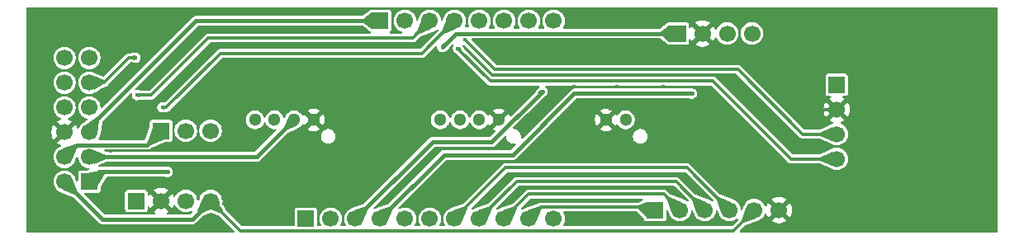
<source format=gbr>
%TF.GenerationSoftware,KiCad,Pcbnew,9.0.5*%
%TF.CreationDate,2025-11-06T16:05:17+09:00*%
%TF.ProjectId,________3,d6ecc3c9-dcfc-4c95-9f33-2e6b69636164,rev?*%
%TF.SameCoordinates,Original*%
%TF.FileFunction,Copper,L2,Bot*%
%TF.FilePolarity,Positive*%
%FSLAX46Y46*%
G04 Gerber Fmt 4.6, Leading zero omitted, Abs format (unit mm)*
G04 Created by KiCad (PCBNEW 9.0.5) date 2025-11-06 16:05:17*
%MOMM*%
%LPD*%
G01*
G04 APERTURE LIST*
%TA.AperFunction,ComponentPad*%
%ADD10R,1.700000X1.700000*%
%TD*%
%TA.AperFunction,ComponentPad*%
%ADD11C,1.700000*%
%TD*%
%TA.AperFunction,ComponentPad*%
%ADD12C,1.300000*%
%TD*%
%TA.AperFunction,ViaPad*%
%ADD13C,0.450000*%
%TD*%
%TA.AperFunction,Conductor*%
%ADD14C,0.300000*%
%TD*%
%TA.AperFunction,Conductor*%
%ADD15C,0.400000*%
%TD*%
G04 APERTURE END LIST*
D10*
%TO.P,J6,1,Pin_1*%
%TO.N,/RX_ICS*%
X108450000Y-153070000D03*
D11*
%TO.P,J6,2,Pin_2*%
%TO.N,/DC_GND*%
X110990000Y-153070000D03*
%TO.P,J6,3,Pin_3*%
%TO.N,/TX_ICS*%
X113530000Y-153070000D03*
%TO.P,J6,4,Pin_4*%
%TO.N,/3V3_BNO*%
X116070000Y-153070000D03*
%TD*%
D10*
%TO.P,J2,1,Pin_1*%
%TO.N,/3V3_BNO*%
X180265000Y-141140000D03*
D11*
%TO.P,J2,2,Pin_2*%
%TO.N,/DC_GND*%
X180265000Y-143680000D03*
%TO.P,J2,3,Pin_3*%
%TO.N,/SCL_AS0*%
X180265000Y-146220000D03*
%TO.P,J2,4,Pin_4*%
%TO.N,/SCL_BNO*%
X180265000Y-148760000D03*
%TD*%
D10*
%TO.P,J3,1,Pin_1*%
%TO.N,/CLK_SD0*%
X161640000Y-154010000D03*
D11*
%TO.P,J3,2,Pin_2*%
%TO.N,/CS_SD0*%
X164180000Y-154010000D03*
%TO.P,J3,3,Pin_3*%
%TO.N,/MISO_SD0*%
X166720000Y-154010000D03*
%TO.P,J3,4,Pin_4*%
%TO.N,/MOSI_SD0*%
X169260000Y-154010000D03*
%TO.P,J3,5,Pin_5*%
%TO.N,/3V3_BNO*%
X171800000Y-154010000D03*
%TO.P,J3,6,Pin_6*%
%TO.N,/DC_GND*%
X174340000Y-154010000D03*
%TD*%
D10*
%TO.P,J1,1,Pin_1*%
%TO.N,/5V_DC_Under*%
X103630000Y-151095000D03*
D11*
%TO.P,J1,2,Pin_2*%
%TO.N,/3V3_BNO*%
X101090000Y-151095000D03*
%TO.P,J1,3,Pin_3*%
%TO.N,/5V_DC_Rudder*%
X103630000Y-148555000D03*
%TO.P,J1,4,Pin_4*%
%TO.N,/5V_DC_ICS*%
X101090000Y-148555000D03*
%TO.P,J1,5,Pin_5*%
%TO.N,/5V_DC_Bico*%
X103630000Y-146015000D03*
%TO.P,J1,6,Pin_6*%
%TO.N,/DC_GND*%
X101090000Y-146015000D03*
%TO.P,J1,7,Pin_7*%
%TO.N,/SCL_AS0*%
X103630000Y-143475000D03*
%TO.P,J1,8,Pin_8*%
%TO.N,/SCL_BNO*%
X101090000Y-143475000D03*
%TO.P,J1,9,Pin_9*%
%TO.N,/SDA_SDP_AS1*%
X103630000Y-140935000D03*
%TO.P,J1,10,Pin_10*%
%TO.N,/SCL_SDP_AS1*%
X101090000Y-140935000D03*
%TO.P,J1,11,Pin_11*%
%TO.N,/RX_ESP*%
X103630000Y-138395000D03*
%TO.P,J1,12,Pin_12*%
%TO.N,/TX_ESP*%
X101090000Y-138395000D03*
%TD*%
D10*
%TO.P,J7,1,Pin_1*%
%TO.N,/5V_DC_Bico*%
X133457430Y-134590000D03*
D11*
%TO.P,J7,2,Pin_2*%
%TO.N,/3V3_BNO*%
X135997430Y-134590000D03*
%TO.P,J7,3,Pin_3*%
%TO.N,/SCL_BNO*%
X138537430Y-134590000D03*
%TO.P,J7,4,Pin_4*%
%TO.N,/SCL_AS0*%
X141077430Y-134590000D03*
%TO.P,J7,5,Pin_5*%
%TO.N,/SDA_SDP_AS1*%
X143617430Y-134590000D03*
%TO.P,J7,6,Pin_6*%
%TO.N,/SCL_SDP_AS1*%
X146157430Y-134590000D03*
%TO.P,J7,7,Pin_7*%
%TO.N,/RX_ESP*%
X148697430Y-134590000D03*
%TO.P,J7,8,Pin_8*%
%TO.N,/TX_ESP*%
X151237430Y-134590000D03*
%TD*%
D10*
%TO.P,J8,1,Pin_1*%
%TO.N,/5V_DC_ICS*%
X110990000Y-145870000D03*
D11*
%TO.P,J8,2,Pin_2*%
%TO.N,/SIG_ICS*%
X113530000Y-145870000D03*
%TO.P,J8,3,Pin_3*%
%TO.N,/EN_ICS*%
X116070000Y-145870000D03*
%TD*%
D10*
%TO.P,J4,1,Pin_1*%
%TO.N,/3V3_BNO*%
X163950000Y-135880000D03*
D11*
%TO.P,J4,2,Pin_2*%
%TO.N,/DC_GND*%
X166490000Y-135880000D03*
%TO.P,J4,3,Pin_3*%
%TO.N,/RX_GPS*%
X169030000Y-135880000D03*
%TO.P,J4,4,Pin_4*%
%TO.N,/TX_GPS*%
X171570000Y-135880000D03*
%TD*%
D10*
%TO.P,J5,1,Pin_1*%
%TO.N,/RX_ICS*%
X125837430Y-154910000D03*
D11*
%TO.P,J5,2,Pin_2*%
%TO.N,/TX_ICS*%
X128377430Y-154910000D03*
%TO.P,J5,3,Pin_3*%
%TO.N,/RX_GPS*%
X130917430Y-154910000D03*
%TO.P,J5,4,Pin_4*%
%TO.N,/TX_GPS*%
X133457430Y-154910000D03*
%TO.P,J5,5,Pin_5*%
%TO.N,/TX_Under*%
X135997430Y-154910000D03*
%TO.P,J5,6,Pin_6*%
%TO.N,/RX_Under*%
X138537430Y-154910000D03*
%TO.P,J5,7,Pin_7*%
%TO.N,/MOSI_SD0*%
X141077430Y-154910000D03*
%TO.P,J5,8,Pin_8*%
%TO.N,/MISO_SD0*%
X143617430Y-154910000D03*
%TO.P,J5,9,Pin_9*%
%TO.N,/CS_SD0*%
X146157430Y-154910000D03*
%TO.P,J5,10,Pin_10*%
%TO.N,/CLK_SD0*%
X148697430Y-154910000D03*
%TO.P,J5,11,Pin_11*%
%TO.N,/SPK*%
X151237430Y-154910000D03*
%TD*%
D12*
%TO.P,J9,1,Pin_1*%
%TO.N,/SPK*%
X158620000Y-144745000D03*
%TO.P,J9,2,Pin_2*%
%TO.N,/DC_GND*%
X156620000Y-144745000D03*
%TD*%
%TO.P,J10,1,Pin_1*%
%TO.N,/DC_GND*%
X126620000Y-144745000D03*
%TO.P,J10,2,Pin_2*%
%TO.N,/5V_DC_Rudder*%
X124620000Y-144745000D03*
%TO.P,J10,3,Pin_3*%
%TO.N,/EN_ICS*%
X122620000Y-144745000D03*
%TO.P,J10,4,Pin_4*%
%TO.N,/SIG_ICS*%
X120620000Y-144745000D03*
%TD*%
%TO.P,J11,1,Pin_1*%
%TO.N,/DC_GND*%
X145620000Y-144745000D03*
%TO.P,J11,2,Pin_2*%
%TO.N,/RX_Under*%
X143620000Y-144745000D03*
%TO.P,J11,3,Pin_3*%
%TO.N,/TX_Under*%
X141620000Y-144745000D03*
%TO.P,J11,4,Pin_4*%
%TO.N,/5V_DC_Under*%
X139620000Y-144745000D03*
%TD*%
D13*
%TO.N,/SDA_SDP_AS1*%
X108370000Y-138370000D03*
%TO.N,/DC_GND*%
X118970000Y-140430000D03*
X160420000Y-135170000D03*
X157720000Y-141370000D03*
X148440000Y-140170000D03*
X112110000Y-151950000D03*
X118920000Y-137140000D03*
X146030000Y-153530000D03*
X112100000Y-135880000D03*
X111530000Y-139030000D03*
X126420000Y-147870000D03*
X102220000Y-150260000D03*
X113360000Y-137220000D03*
X145830000Y-137960000D03*
X169140000Y-147640000D03*
X156760000Y-150420000D03*
X156280000Y-140180000D03*
X174340000Y-150720000D03*
X149580000Y-146900000D03*
X110190000Y-147800000D03*
X148480000Y-153530000D03*
X149710000Y-138860000D03*
X176050000Y-149560000D03*
X147880000Y-136670000D03*
X130100000Y-151860000D03*
X158040000Y-151700000D03*
X159860000Y-140190000D03*
X151770000Y-136700000D03*
X106690000Y-146540000D03*
X119550000Y-146700000D03*
X143410000Y-153520000D03*
X123520000Y-143910000D03*
X166840000Y-152580000D03*
X151290000Y-145250000D03*
X115970000Y-144490000D03*
X145350000Y-151900000D03*
X177830000Y-155790000D03*
X122910000Y-147550000D03*
X135380000Y-147840000D03*
X177215000Y-143085000D03*
X152750000Y-140180000D03*
X164290000Y-152590000D03*
X180310000Y-137690000D03*
X172490000Y-149970000D03*
X171960000Y-140320000D03*
X147560000Y-145520000D03*
X134030000Y-139110000D03*
X170780000Y-152810000D03*
X117490000Y-152310000D03*
X105410000Y-151060000D03*
X105910000Y-155650000D03*
X116270000Y-137330000D03*
X131010000Y-144190000D03*
X150580000Y-153040000D03*
X133640000Y-151110000D03*
X128010000Y-144230000D03*
X166310000Y-140170000D03*
X130460000Y-135510000D03*
X137780000Y-151670000D03*
X137070000Y-139020000D03*
X165690000Y-147770000D03*
X126890000Y-135500000D03*
X117420000Y-153390000D03*
X169790000Y-138850000D03*
X123010000Y-140430000D03*
X109150000Y-146510000D03*
X108190000Y-144300000D03*
X104170000Y-156060000D03*
X165520000Y-151510000D03*
X156850000Y-147740000D03*
X149330000Y-153120000D03*
X146250000Y-140190000D03*
X178410000Y-144890000D03*
X142050000Y-139040000D03*
X156460000Y-154410000D03*
X158340000Y-148910000D03*
X100630000Y-137110000D03*
X106980000Y-140320000D03*
X107310000Y-145580000D03*
X140380000Y-140460000D03*
X136100000Y-145010000D03*
X105060000Y-138340000D03*
X109010000Y-155700000D03*
X171540000Y-137470000D03*
X144330000Y-136640000D03*
X127250000Y-152950000D03*
X110380000Y-137670000D03*
X129690000Y-154060000D03*
X120640000Y-154040000D03*
X119280000Y-145120000D03*
X165340000Y-133440000D03*
X137370000Y-137120000D03*
X114180000Y-147770000D03*
X139510000Y-153710000D03*
X171120000Y-149280000D03*
X172940000Y-153220000D03*
X140440000Y-145500000D03*
X168860000Y-143520000D03*
X177980000Y-152440000D03*
X147660000Y-138870000D03*
X162260000Y-134970000D03*
X102370000Y-141530000D03*
X142010000Y-141880000D03*
X103530000Y-152490000D03*
X137320000Y-145920000D03*
X126970000Y-140460000D03*
X152150000Y-150340000D03*
X164150000Y-134240000D03*
X117400000Y-155390000D03*
X174080000Y-146340000D03*
X159020000Y-150400000D03*
X108220000Y-134150000D03*
X177340000Y-133620000D03*
X144490000Y-143830000D03*
X147720000Y-148840000D03*
X144130000Y-137430000D03*
X146850000Y-150370000D03*
X174340000Y-152400000D03*
X104950000Y-152490000D03*
X140810000Y-152460000D03*
X180410000Y-133620000D03*
X110430000Y-156060000D03*
X135220000Y-149560000D03*
X148010000Y-142570000D03*
X167090000Y-141540000D03*
X164770000Y-138870000D03*
X122170000Y-152190000D03*
X153410000Y-151740000D03*
X120280000Y-147770000D03*
X139470000Y-139040000D03*
X171270000Y-141770000D03*
X123920000Y-150860000D03*
X177340000Y-136600000D03*
X123060000Y-137140000D03*
X163230000Y-151820000D03*
X132030000Y-135650000D03*
X119420000Y-142680000D03*
X145580000Y-149220000D03*
X169040000Y-141140000D03*
X119250000Y-152540000D03*
X137550000Y-141900000D03*
X154750000Y-150330000D03*
X141370000Y-153190000D03*
X160460000Y-151690000D03*
X153590000Y-147130000D03*
X102410000Y-144660000D03*
X149360000Y-141470000D03*
X128250000Y-149340000D03*
X136740000Y-152790000D03*
X168370000Y-140310000D03*
X126510000Y-146570000D03*
X152060000Y-153040000D03*
X110410000Y-144250000D03*
X121680000Y-143810000D03*
X115600000Y-142880000D03*
X150800000Y-148870000D03*
X172560000Y-151520000D03*
X146860000Y-136640000D03*
X116430000Y-150840000D03*
X154240000Y-138800000D03*
X180370000Y-135270000D03*
X120432500Y-150812500D03*
X108780000Y-139030000D03*
X157130000Y-146170000D03*
X161040000Y-138810000D03*
X181530000Y-139680000D03*
X129200000Y-143100000D03*
X173510000Y-138740000D03*
X149510000Y-137830000D03*
X154570000Y-155330000D03*
X122590000Y-141950000D03*
X133660000Y-147190000D03*
X174080000Y-148330000D03*
X104330000Y-133450000D03*
X118900000Y-139020000D03*
X122270000Y-155360000D03*
X117540000Y-147750000D03*
X106070000Y-144180000D03*
X123940000Y-155270000D03*
X152520000Y-155470000D03*
X173760000Y-133480000D03*
X142360000Y-150080000D03*
X137130000Y-140430000D03*
X105180000Y-145380000D03*
X125490000Y-143780000D03*
X113880000Y-134120000D03*
X150550000Y-151740000D03*
X144560000Y-146240000D03*
X105940000Y-135920000D03*
X105310000Y-149340000D03*
X140350000Y-149130000D03*
X112310000Y-143750000D03*
X121000000Y-149290000D03*
X105740000Y-139290000D03*
X151980000Y-138850000D03*
X131170000Y-153330000D03*
X136330000Y-146890000D03*
X103290000Y-136510000D03*
X156100000Y-142700000D03*
X159570000Y-136650000D03*
X142300000Y-146080000D03*
X152820000Y-154760000D03*
X101600000Y-136070000D03*
X161160000Y-142750000D03*
X133870000Y-145750000D03*
X133780000Y-149660000D03*
X132420000Y-141950000D03*
X172530000Y-134740000D03*
X105850000Y-147930000D03*
X113700000Y-150870000D03*
X146820000Y-144020000D03*
X172890000Y-147260000D03*
X127840000Y-150960000D03*
X131700000Y-149300000D03*
X125682500Y-145682500D03*
X150700000Y-140170000D03*
X126810000Y-141920000D03*
X152030000Y-133440000D03*
X165700000Y-145270000D03*
X178950000Y-149690000D03*
X128220000Y-153430000D03*
X104970000Y-146560000D03*
X126880000Y-137150000D03*
X175990000Y-146460000D03*
X107100000Y-154180000D03*
X162440000Y-141370000D03*
X145120000Y-141490000D03*
X159860000Y-154630000D03*
X105400000Y-142830000D03*
X122330000Y-146010000D03*
X175430000Y-135150000D03*
X159230000Y-143760000D03*
X155530000Y-138290000D03*
X143140000Y-151660000D03*
X102360000Y-149150000D03*
X132040000Y-152700000D03*
X105660000Y-134110000D03*
X161960000Y-147710000D03*
X130440000Y-146030000D03*
X130020000Y-147900000D03*
X153290000Y-141360000D03*
X158710000Y-155370000D03*
X117200000Y-141910000D03*
X137760000Y-149300000D03*
X168030000Y-149190000D03*
X150430000Y-142600000D03*
X164300000Y-150360000D03*
X156090000Y-148970000D03*
X106910000Y-138100000D03*
X137260000Y-154290000D03*
X125940000Y-151960000D03*
X108780000Y-136060000D03*
X152100000Y-142210000D03*
X110910000Y-150890000D03*
X111370000Y-142260000D03*
X123060000Y-138990000D03*
X119310000Y-155400000D03*
X110120000Y-140450000D03*
X158960000Y-138200000D03*
X124590000Y-141970000D03*
X177620000Y-139690000D03*
X110960000Y-134170000D03*
X124560000Y-152980000D03*
X151710000Y-137930000D03*
X143410000Y-140440000D03*
X156260000Y-152990000D03*
X177080000Y-145410000D03*
X154750000Y-133550000D03*
X174040000Y-136320000D03*
X175740000Y-137850000D03*
X146700000Y-147600000D03*
X148030000Y-151820000D03*
X152830000Y-143690000D03*
X168600000Y-137670000D03*
X126870000Y-139060000D03*
X159740000Y-153020000D03*
X134070000Y-144170000D03*
X113610000Y-144360000D03*
X132310000Y-150810000D03*
X178700000Y-143680000D03*
X149480000Y-136600000D03*
X176010000Y-144360000D03*
X114190000Y-141930000D03*
X161740000Y-150430000D03*
X123100000Y-135550000D03*
X175150000Y-147310000D03*
X154230000Y-136690000D03*
X115190000Y-135550000D03*
X124860000Y-149340000D03*
X114500000Y-139030000D03*
X107390000Y-156050000D03*
X164880000Y-142820000D03*
X169010000Y-152410000D03*
X179550000Y-147460000D03*
X130460000Y-139060000D03*
X123280000Y-154050000D03*
X161910000Y-145180000D03*
X135280000Y-151720000D03*
X178340000Y-141330000D03*
X118080000Y-154050000D03*
X146750000Y-137750000D03*
X157027500Y-143647500D03*
X167230000Y-138590000D03*
X134080000Y-137150000D03*
X114850000Y-155340000D03*
X145160000Y-136620000D03*
X134000000Y-140430000D03*
X108390000Y-149320000D03*
X180120000Y-139450000D03*
X143860000Y-147680000D03*
X156810000Y-136620000D03*
X177450000Y-147580000D03*
X173970000Y-142380000D03*
X102810000Y-134680000D03*
X162080000Y-136730000D03*
X179410000Y-145060000D03*
X158260000Y-153040000D03*
X108775000Y-150855000D03*
X105260000Y-154160000D03*
X162270000Y-133490000D03*
X136770000Y-150360000D03*
X156630000Y-135170000D03*
X112740000Y-149320000D03*
X116850000Y-149340000D03*
X175540000Y-140550000D03*
X157130000Y-138870000D03*
X167640000Y-151080000D03*
X145510000Y-138850000D03*
X152560000Y-135100000D03*
X118220000Y-144390000D03*
X130460000Y-137180000D03*
X117620000Y-146830000D03*
X134970000Y-143240000D03*
X171710000Y-143920000D03*
X149640000Y-150360000D03*
X130510000Y-140460000D03*
X173720000Y-144170000D03*
X155440000Y-151730000D03*
X165070000Y-148880000D03*
X158460000Y-133490000D03*
X152270000Y-146170000D03*
X176110000Y-151110000D03*
X163150000Y-138540000D03*
X113060000Y-140420000D03*
X133340000Y-153530000D03*
X114780000Y-152220000D03*
X107090000Y-151670000D03*
X153380000Y-148920000D03*
X169810000Y-140400000D03*
X115630000Y-140500000D03*
X118880000Y-135510000D03*
X117440000Y-144910000D03*
X177360000Y-135120000D03*
X141270000Y-147725000D03*
X129650000Y-155450000D03*
X154110000Y-153040000D03*
X170940000Y-151040000D03*
X170790000Y-145480000D03*
X163260000Y-140190000D03*
%TO.N,/SCL_AS0*%
X111125000Y-143475000D03*
X142160000Y-136505000D03*
%TO.N,/5V_DC_Under*%
X111680000Y-150090000D03*
%TO.N,/TX_GPS*%
X165410000Y-142040000D03*
%TO.N,/RX_GPS*%
X150080000Y-141830000D03*
%TO.N,/SCL_BNO*%
X141410000Y-137410000D03*
X108540000Y-142210000D03*
%TO.N,/3V3_BNO*%
X139830000Y-137290000D03*
%TD*%
D14*
%TO.N,/SDA_SDP_AS1*%
X107670000Y-138370000D02*
X105105000Y-140935000D01*
X108370000Y-138370000D02*
X107670000Y-138370000D01*
X105105000Y-140935000D02*
X103630000Y-140935000D01*
D15*
%TO.N,/5V_DC_Rudder*%
X120810000Y-148555000D02*
X124620000Y-144745000D01*
X103630000Y-148555000D02*
X120810000Y-148555000D01*
%TO.N,/DC_GND*%
X112690000Y-151370000D02*
X119995000Y-151370000D01*
X112110000Y-151950000D02*
X112690000Y-151370000D01*
X163830000Y-138540000D02*
X166490000Y-135880000D01*
X112110000Y-151950000D02*
X110990000Y-153070000D01*
D14*
X177810000Y-143680000D02*
X178700000Y-143680000D01*
D15*
X163150000Y-138540000D02*
X163830000Y-138540000D01*
X119995000Y-151370000D02*
X126620000Y-144745000D01*
D14*
X178700000Y-143680000D02*
X180265000Y-143680000D01*
X171800000Y-137670000D02*
X177215000Y-143085000D01*
X177215000Y-143085000D02*
X177810000Y-143680000D01*
X168280000Y-137670000D02*
X168600000Y-137670000D01*
X166490000Y-135880000D02*
X168280000Y-137670000D01*
X168600000Y-137670000D02*
X171800000Y-137670000D01*
D15*
%TO.N,/5V_DC_Bico*%
X103630000Y-146015000D02*
X103630000Y-145520000D01*
X114560000Y-134590000D02*
X133457430Y-134590000D01*
X103630000Y-145520000D02*
X114560000Y-134590000D01*
D14*
%TO.N,/SCL_AS0*%
X111535000Y-143475000D02*
X117100000Y-137910000D01*
X142160000Y-136505000D02*
X145215000Y-139560000D01*
X117100000Y-137910000D02*
X137757430Y-137910000D01*
X111125000Y-143475000D02*
X111535000Y-143475000D01*
X176790000Y-146220000D02*
X180265000Y-146220000D01*
X137757430Y-137910000D02*
X141077430Y-134590000D01*
X145215000Y-139560000D02*
X170130000Y-139560000D01*
X170130000Y-139560000D02*
X176790000Y-146220000D01*
D15*
%TO.N,/5V_DC_Under*%
X111680000Y-150090000D02*
X104635000Y-150090000D01*
X104635000Y-150090000D02*
X103630000Y-151095000D01*
D14*
%TO.N,/MISO_SD0*%
X147447430Y-151080000D02*
X163790000Y-151080000D01*
X143617430Y-154910000D02*
X147447430Y-151080000D01*
X163790000Y-151080000D02*
X166720000Y-154010000D01*
%TO.N,/MOSI_SD0*%
X141077430Y-154910000D02*
X146327430Y-149660000D01*
X146327430Y-149660000D02*
X164910000Y-149660000D01*
X164910000Y-149660000D02*
X169260000Y-154010000D01*
%TO.N,/CS_SD0*%
X146157430Y-154910000D02*
X148687430Y-152380000D01*
X162550000Y-152380000D02*
X164180000Y-154010000D01*
X148687430Y-152380000D02*
X162550000Y-152380000D01*
%TO.N,/CLK_SD0*%
X161339000Y-153709000D02*
X149898430Y-153709000D01*
X161640000Y-154010000D02*
X161339000Y-153709000D01*
X149898430Y-153709000D02*
X148697430Y-154910000D01*
D15*
%TO.N,/TX_GPS*%
X165410000Y-142040000D02*
X165407761Y-142042239D01*
X153347761Y-142042239D02*
X147040000Y-148350000D01*
X140017430Y-148350000D02*
X133457430Y-154910000D01*
X165407761Y-142042239D02*
X153347761Y-142042239D01*
X147040000Y-148350000D02*
X140017430Y-148350000D01*
%TO.N,/RX_GPS*%
X144890000Y-147020000D02*
X138807430Y-147020000D01*
X150080000Y-141830000D02*
X144890000Y-147020000D01*
X138807430Y-147020000D02*
X130917430Y-154910000D01*
%TO.N,/5V_DC_ICS*%
X102341000Y-147304000D02*
X109556000Y-147304000D01*
X109556000Y-147304000D02*
X110990000Y-145870000D01*
X101090000Y-148555000D02*
X102341000Y-147304000D01*
D14*
%TO.N,/SCL_BNO*%
X109980000Y-142210000D02*
X115850000Y-136340000D01*
X108540000Y-142210000D02*
X109980000Y-142210000D01*
X175560000Y-148760000D02*
X180265000Y-148760000D01*
X144780000Y-140780000D02*
X167580000Y-140780000D01*
X167580000Y-140780000D02*
X175560000Y-148760000D01*
X115850000Y-136340000D02*
X136787430Y-136340000D01*
X141410000Y-137410000D02*
X144780000Y-140780000D01*
X136787430Y-136340000D02*
X138537430Y-134590000D01*
D15*
%TO.N,/3V3_BNO*%
X114200000Y-154940000D02*
X116070000Y-153070000D01*
X101090000Y-151095000D02*
X104935000Y-154940000D01*
X104935000Y-154940000D02*
X114200000Y-154940000D01*
D14*
X171800000Y-154010000D02*
X169699000Y-156111000D01*
D15*
X139830000Y-137290000D02*
X141240000Y-135880000D01*
D14*
X119111000Y-156111000D02*
X116070000Y-153070000D01*
X169699000Y-156111000D02*
X119111000Y-156111000D01*
D15*
X141240000Y-135880000D02*
X163950000Y-135880000D01*
%TD*%
%TA.AperFunction,Conductor*%
%TO.N,/DC_GND*%
G36*
X196733691Y-133214407D02*
G01*
X196769655Y-133263907D01*
X196774500Y-133294500D01*
X196774500Y-156195500D01*
X196755593Y-156253691D01*
X196706093Y-156289655D01*
X196675500Y-156294500D01*
X170391611Y-156294500D01*
X170333420Y-156275593D01*
X170297456Y-156226093D01*
X170297456Y-156164907D01*
X170321607Y-156125496D01*
X170857750Y-155589352D01*
X170893373Y-155566519D01*
X172055535Y-155136219D01*
X172066789Y-155132800D01*
X172069400Y-155132172D01*
X172069409Y-155132171D01*
X172241639Y-155076211D01*
X172241642Y-155076209D01*
X172241646Y-155076208D01*
X172345608Y-155023235D01*
X172392527Y-154999329D01*
X172392530Y-154999328D01*
X172396166Y-154997474D01*
X172402994Y-154993996D01*
X172549501Y-154887553D01*
X172677553Y-154759501D01*
X172783996Y-154612994D01*
X172866211Y-154451639D01*
X172870155Y-154439500D01*
X172870962Y-154437018D01*
X172906924Y-154387517D01*
X172965115Y-154368608D01*
X173023306Y-154387514D01*
X173059271Y-154437013D01*
X173059272Y-154437015D01*
X173088904Y-154528215D01*
X173185376Y-154717553D01*
X173185380Y-154717559D01*
X173224728Y-154771716D01*
X173224729Y-154771716D01*
X173857037Y-154139407D01*
X173874075Y-154202993D01*
X173939901Y-154317007D01*
X174032993Y-154410099D01*
X174147007Y-154475925D01*
X174210589Y-154492962D01*
X173578282Y-155125269D01*
X173578282Y-155125270D01*
X173632440Y-155164619D01*
X173632446Y-155164623D01*
X173821784Y-155261095D01*
X174023878Y-155326759D01*
X174233750Y-155360000D01*
X174446250Y-155360000D01*
X174656121Y-155326759D01*
X174858215Y-155261095D01*
X175047556Y-155164620D01*
X175101716Y-155125270D01*
X174469408Y-154492962D01*
X174532993Y-154475925D01*
X174647007Y-154410099D01*
X174740099Y-154317007D01*
X174805925Y-154202993D01*
X174822962Y-154139408D01*
X175455270Y-154771716D01*
X175494620Y-154717556D01*
X175591095Y-154528215D01*
X175656759Y-154326121D01*
X175690000Y-154116250D01*
X175690000Y-153903749D01*
X175656759Y-153693878D01*
X175591095Y-153491784D01*
X175494623Y-153302446D01*
X175494619Y-153302440D01*
X175455270Y-153248282D01*
X175455269Y-153248282D01*
X174822962Y-153880589D01*
X174805925Y-153817007D01*
X174740099Y-153702993D01*
X174647007Y-153609901D01*
X174532993Y-153544075D01*
X174469407Y-153527037D01*
X175101716Y-152894729D01*
X175101716Y-152894728D01*
X175047559Y-152855380D01*
X175047553Y-152855376D01*
X174858215Y-152758904D01*
X174656121Y-152693240D01*
X174446250Y-152660000D01*
X174233750Y-152660000D01*
X174023878Y-152693240D01*
X173821784Y-152758904D01*
X173632446Y-152855376D01*
X173632442Y-152855378D01*
X173578282Y-152894728D01*
X174210591Y-153527037D01*
X174147007Y-153544075D01*
X174032993Y-153609901D01*
X173939901Y-153702993D01*
X173874075Y-153817007D01*
X173857037Y-153880591D01*
X173224728Y-153248282D01*
X173185378Y-153302442D01*
X173185376Y-153302446D01*
X173088904Y-153491784D01*
X173059272Y-153582984D01*
X173023308Y-153632484D01*
X172965117Y-153651391D01*
X172906926Y-153632484D01*
X172870962Y-153582984D01*
X172870962Y-153582983D01*
X172868305Y-153574806D01*
X172866211Y-153568361D01*
X172783996Y-153407006D01*
X172677553Y-153260499D01*
X172549501Y-153132447D01*
X172402994Y-153026004D01*
X172402990Y-153026001D01*
X172402988Y-153026000D01*
X172392527Y-153020670D01*
X172392526Y-153020670D01*
X172241637Y-152943788D01*
X172069406Y-152887828D01*
X171890549Y-152859500D01*
X171890546Y-152859500D01*
X171709454Y-152859500D01*
X171709451Y-152859500D01*
X171530593Y-152887828D01*
X171358362Y-152943788D01*
X171197008Y-153026002D01*
X171175351Y-153041737D01*
X171050499Y-153132447D01*
X170922447Y-153260499D01*
X170871485Y-153330643D01*
X170816002Y-153407008D01*
X170733788Y-153568362D01*
X170706811Y-153651391D01*
X170678432Y-153738737D01*
X170677825Y-153740604D01*
X170677194Y-153743231D01*
X170673775Y-153754473D01*
X170602175Y-153947851D01*
X170564239Y-153995856D01*
X170505332Y-154012395D01*
X170447953Y-153991150D01*
X170414020Y-153940236D01*
X170410639Y-153921226D01*
X170410499Y-153919446D01*
X170389653Y-153787829D01*
X170382171Y-153740591D01*
X170326211Y-153568361D01*
X170243996Y-153407006D01*
X170137553Y-153260499D01*
X170009501Y-153132447D01*
X169862994Y-153026004D01*
X169862993Y-153026003D01*
X169862991Y-153026002D01*
X169701637Y-152943788D01*
X169529398Y-152887825D01*
X169526765Y-152887193D01*
X169515520Y-152883774D01*
X168353375Y-152453480D01*
X168317746Y-152430643D01*
X166864150Y-150977047D01*
X165186614Y-149299511D01*
X165186611Y-149299509D01*
X165186610Y-149299508D01*
X165186609Y-149299507D01*
X165083890Y-149240202D01*
X165083886Y-149240200D01*
X165059673Y-149233712D01*
X165059673Y-149233713D01*
X164969309Y-149209500D01*
X146268121Y-149209500D01*
X146230632Y-149219545D01*
X146177755Y-149233713D01*
X146177754Y-149233712D01*
X146153542Y-149240201D01*
X146153539Y-149240202D01*
X146050820Y-149299507D01*
X146050819Y-149299508D01*
X142019682Y-153330643D01*
X141984053Y-153353480D01*
X140821899Y-153783777D01*
X140810642Y-153787199D01*
X140808026Y-153787827D01*
X140635792Y-153843788D01*
X140474438Y-153926002D01*
X140414139Y-153969812D01*
X140327929Y-154032447D01*
X140199877Y-154160499D01*
X140153288Y-154224624D01*
X140093432Y-154307008D01*
X140011218Y-154468362D01*
X139955258Y-154640593D01*
X139926930Y-154819450D01*
X139926930Y-155000549D01*
X139955258Y-155179406D01*
X140011218Y-155351637D01*
X140095200Y-155516460D01*
X140093332Y-155517411D01*
X140105730Y-155569431D01*
X140082222Y-155625920D01*
X140030000Y-155657803D01*
X140007048Y-155660500D01*
X139607812Y-155660500D01*
X139549621Y-155641593D01*
X139513657Y-155592093D01*
X139513657Y-155530907D01*
X139520180Y-155516725D01*
X139519660Y-155516460D01*
X139521780Y-155512297D01*
X139603641Y-155351639D01*
X139659601Y-155179409D01*
X139687930Y-155000546D01*
X139687930Y-154819454D01*
X139687930Y-154819450D01*
X139659601Y-154640593D01*
X139659601Y-154640591D01*
X139603641Y-154468361D01*
X139521426Y-154307006D01*
X139414983Y-154160499D01*
X139286931Y-154032447D01*
X139140424Y-153926004D01*
X139140423Y-153926003D01*
X139140421Y-153926002D01*
X138979067Y-153843788D01*
X138806836Y-153787828D01*
X138627979Y-153759500D01*
X138627976Y-153759500D01*
X138446884Y-153759500D01*
X138446881Y-153759500D01*
X138268023Y-153787828D01*
X138095792Y-153843788D01*
X137934438Y-153926002D01*
X137874139Y-153969812D01*
X137787929Y-154032447D01*
X137659877Y-154160499D01*
X137613288Y-154224624D01*
X137553432Y-154307008D01*
X137471218Y-154468362D01*
X137415258Y-154640593D01*
X137386930Y-154819450D01*
X137386930Y-155000549D01*
X137415258Y-155179406D01*
X137471218Y-155351637D01*
X137555200Y-155516460D01*
X137553332Y-155517411D01*
X137565730Y-155569431D01*
X137542222Y-155625920D01*
X137490000Y-155657803D01*
X137467048Y-155660500D01*
X137067812Y-155660500D01*
X137009621Y-155641593D01*
X136973657Y-155592093D01*
X136973657Y-155530907D01*
X136980180Y-155516725D01*
X136979660Y-155516460D01*
X136981780Y-155512297D01*
X137063641Y-155351639D01*
X137119601Y-155179409D01*
X137147930Y-155000546D01*
X137147930Y-154819454D01*
X137147930Y-154819450D01*
X137119601Y-154640593D01*
X137119601Y-154640591D01*
X137063641Y-154468361D01*
X136981426Y-154307006D01*
X136874983Y-154160499D01*
X136746931Y-154032447D01*
X136600424Y-153926004D01*
X136600423Y-153926003D01*
X136600421Y-153926002D01*
X136439067Y-153843788D01*
X136266836Y-153787828D01*
X136087979Y-153759500D01*
X136087976Y-153759500D01*
X135906884Y-153759500D01*
X135906881Y-153759500D01*
X135728023Y-153787828D01*
X135555792Y-153843788D01*
X135451454Y-153896951D01*
X135391022Y-153906522D01*
X135336505Y-153878744D01*
X135308728Y-153824228D01*
X135318299Y-153763796D01*
X135336502Y-153738740D01*
X140195748Y-148879496D01*
X140250265Y-148851719D01*
X140265752Y-148850500D01*
X147105890Y-148850500D01*
X147105892Y-148850500D01*
X147233186Y-148816392D01*
X147233188Y-148816390D01*
X147233190Y-148816390D01*
X147347309Y-148750503D01*
X147347309Y-148750502D01*
X147347314Y-148750500D01*
X149726733Y-146371081D01*
X159369500Y-146371081D01*
X159369500Y-146518918D01*
X159398342Y-146663914D01*
X159440159Y-146764869D01*
X159454916Y-146800495D01*
X159537049Y-146923416D01*
X159641584Y-147027951D01*
X159764505Y-147110084D01*
X159901087Y-147166658D01*
X160046082Y-147195500D01*
X160046083Y-147195500D01*
X160193917Y-147195500D01*
X160193918Y-147195500D01*
X160338913Y-147166658D01*
X160475495Y-147110084D01*
X160598416Y-147027951D01*
X160702951Y-146923416D01*
X160785084Y-146800495D01*
X160841658Y-146663913D01*
X160870500Y-146518918D01*
X160870500Y-146371082D01*
X160841658Y-146226087D01*
X160785084Y-146089505D01*
X160702951Y-145966584D01*
X160598416Y-145862049D01*
X160475495Y-145779916D01*
X160474370Y-145779450D01*
X160338914Y-145723342D01*
X160193918Y-145694500D01*
X160046082Y-145694500D01*
X160046081Y-145694500D01*
X159901085Y-145723342D01*
X159764506Y-145779915D01*
X159641585Y-145862048D01*
X159537048Y-145966585D01*
X159454915Y-146089506D01*
X159398342Y-146226085D01*
X159369500Y-146371081D01*
X149726733Y-146371081D01*
X150380727Y-145717087D01*
X156001466Y-145717087D01*
X156017266Y-145728566D01*
X156178559Y-145810749D01*
X156350710Y-145866683D01*
X156529490Y-145895000D01*
X156710510Y-145895000D01*
X156889289Y-145866683D01*
X157061440Y-145810749D01*
X157222730Y-145728568D01*
X157222735Y-145728564D01*
X157238532Y-145717087D01*
X157238532Y-145717086D01*
X156620000Y-145098554D01*
X156001466Y-145717087D01*
X150380727Y-145717087D01*
X151443325Y-144654489D01*
X155470000Y-144654489D01*
X155470000Y-144835510D01*
X155498316Y-145014289D01*
X155554250Y-145186440D01*
X155636432Y-145347730D01*
X155647911Y-145363531D01*
X156266444Y-144744999D01*
X156220367Y-144698922D01*
X156270000Y-144698922D01*
X156270000Y-144791078D01*
X156293852Y-144880095D01*
X156339930Y-144959905D01*
X156405095Y-145025070D01*
X156484905Y-145071148D01*
X156573922Y-145095000D01*
X156666078Y-145095000D01*
X156755095Y-145071148D01*
X156834905Y-145025070D01*
X156900070Y-144959905D01*
X156946148Y-144880095D01*
X156970000Y-144791078D01*
X156970000Y-144745000D01*
X156973554Y-144745000D01*
X157592086Y-145363532D01*
X157592087Y-145363532D01*
X157603564Y-145347735D01*
X157603568Y-145347730D01*
X157646297Y-145263870D01*
X157689562Y-145220605D01*
X157749994Y-145211034D01*
X157804510Y-145238811D01*
X157816817Y-145253806D01*
X157881698Y-145350908D01*
X158014092Y-145483302D01*
X158076402Y-145524936D01*
X158169761Y-145587318D01*
X158169767Y-145587320D01*
X158169769Y-145587322D01*
X158342749Y-145658973D01*
X158526384Y-145695500D01*
X158526385Y-145695500D01*
X158713615Y-145695500D01*
X158713616Y-145695500D01*
X158897251Y-145658973D01*
X159070231Y-145587322D01*
X159070234Y-145587319D01*
X159070238Y-145587318D01*
X159115187Y-145557282D01*
X159225908Y-145483302D01*
X159358302Y-145350908D01*
X159451763Y-145211034D01*
X159462318Y-145195238D01*
X159462319Y-145195234D01*
X159462322Y-145195231D01*
X159533973Y-145022251D01*
X159570500Y-144838616D01*
X159570500Y-144651384D01*
X159533973Y-144467749D01*
X159462322Y-144294769D01*
X159462320Y-144294767D01*
X159462318Y-144294761D01*
X159397807Y-144198215D01*
X159358302Y-144139092D01*
X159225908Y-144006698D01*
X159163034Y-143964687D01*
X159070238Y-143902681D01*
X159070229Y-143902677D01*
X158897249Y-143831026D01*
X158713618Y-143794500D01*
X158713616Y-143794500D01*
X158526384Y-143794500D01*
X158526381Y-143794500D01*
X158342750Y-143831026D01*
X158169770Y-143902677D01*
X158169761Y-143902681D01*
X158014092Y-144006698D01*
X158014088Y-144006701D01*
X157881701Y-144139088D01*
X157881698Y-144139092D01*
X157816822Y-144236186D01*
X157768772Y-144274065D01*
X157707634Y-144276467D01*
X157656760Y-144242474D01*
X157646297Y-144226129D01*
X157603566Y-144142266D01*
X157592087Y-144126466D01*
X156973554Y-144745000D01*
X156970000Y-144745000D01*
X156970000Y-144698922D01*
X156946148Y-144609905D01*
X156900070Y-144530095D01*
X156834905Y-144464930D01*
X156755095Y-144418852D01*
X156666078Y-144395000D01*
X156573922Y-144395000D01*
X156484905Y-144418852D01*
X156405095Y-144464930D01*
X156339930Y-144530095D01*
X156293852Y-144609905D01*
X156270000Y-144698922D01*
X156220367Y-144698922D01*
X155647911Y-144126466D01*
X155636434Y-144142264D01*
X155554250Y-144303559D01*
X155498316Y-144475710D01*
X155470000Y-144654489D01*
X151443325Y-144654489D01*
X152324903Y-143772911D01*
X156001466Y-143772911D01*
X156619999Y-144391444D01*
X157238532Y-143772911D01*
X157222730Y-143761432D01*
X157061440Y-143679250D01*
X156889289Y-143623316D01*
X156710510Y-143595000D01*
X156529490Y-143595000D01*
X156350710Y-143623316D01*
X156178559Y-143679250D01*
X156017264Y-143761434D01*
X156001466Y-143772911D01*
X152324903Y-143772911D01*
X153526079Y-142571735D01*
X153580596Y-142543958D01*
X153596083Y-142542739D01*
X164927909Y-142542739D01*
X164950543Y-142545361D01*
X164961483Y-142547930D01*
X165334711Y-142565056D01*
X165339702Y-142565500D01*
X165340817Y-142565500D01*
X165479181Y-142565500D01*
X165479183Y-142565500D01*
X165612836Y-142529688D01*
X165732665Y-142460505D01*
X165830505Y-142362665D01*
X165899688Y-142242836D01*
X165935500Y-142109183D01*
X165935500Y-141970817D01*
X165899688Y-141837164D01*
X165830505Y-141717335D01*
X165732665Y-141619495D01*
X165612836Y-141550312D01*
X165479183Y-141514500D01*
X165340817Y-141514500D01*
X165333559Y-141515182D01*
X164957963Y-141536604D01*
X164957953Y-141536606D01*
X164948454Y-141538922D01*
X164925007Y-141541739D01*
X153413653Y-141541739D01*
X153281868Y-141541739D01*
X153203961Y-141562613D01*
X153154570Y-141575848D01*
X153040451Y-141641735D01*
X153040450Y-141641736D01*
X148028576Y-146653609D01*
X147974059Y-146681386D01*
X147913627Y-146671815D01*
X147870362Y-146628550D01*
X147860791Y-146568118D01*
X147861475Y-146564289D01*
X147870499Y-146518926D01*
X147870500Y-146518916D01*
X147870500Y-146371083D01*
X147870500Y-146371082D01*
X147841658Y-146226087D01*
X147785084Y-146089505D01*
X147702951Y-145966584D01*
X147598416Y-145862049D01*
X147475495Y-145779916D01*
X147474370Y-145779450D01*
X147338914Y-145723342D01*
X147193918Y-145694500D01*
X147162321Y-145694500D01*
X147104130Y-145675593D01*
X147068166Y-145626093D01*
X147068166Y-145564907D01*
X147092317Y-145525496D01*
X148584260Y-144033553D01*
X150092033Y-142525779D01*
X150110359Y-142511343D01*
X150119165Y-142505955D01*
X150397531Y-142254836D01*
X150402298Y-142250870D01*
X150402660Y-142250507D01*
X150402665Y-142250505D01*
X150500505Y-142152665D01*
X150569688Y-142032836D01*
X150605500Y-141899183D01*
X150605500Y-141760817D01*
X150569688Y-141627164D01*
X150500505Y-141507335D01*
X150402665Y-141409495D01*
X150402660Y-141409492D01*
X150400774Y-141408045D01*
X150399806Y-141406637D01*
X150398076Y-141404907D01*
X150398396Y-141404586D01*
X150366116Y-141357622D01*
X150367715Y-141296457D01*
X150404960Y-141247914D01*
X150461038Y-141230500D01*
X167352389Y-141230500D01*
X167410580Y-141249407D01*
X167422393Y-141259496D01*
X175283386Y-149120489D01*
X175283388Y-149120490D01*
X175283389Y-149120491D01*
X175283390Y-149120492D01*
X175386107Y-149179796D01*
X175386109Y-149179797D01*
X175386113Y-149179799D01*
X175410322Y-149186284D01*
X175410325Y-149186287D01*
X175410326Y-149186286D01*
X175500688Y-149210499D01*
X175500690Y-149210500D01*
X175500691Y-149210500D01*
X178481954Y-149210500D01*
X178523295Y-149219545D01*
X179649337Y-149737051D01*
X179659719Y-149742593D01*
X179661991Y-149743985D01*
X179662006Y-149743996D01*
X179823361Y-149826211D01*
X179995591Y-149882171D01*
X180067136Y-149893502D01*
X180174451Y-149910500D01*
X180174454Y-149910500D01*
X180355549Y-149910500D01*
X180444977Y-149896335D01*
X180534409Y-149882171D01*
X180706639Y-149826211D01*
X180867994Y-149743996D01*
X181014501Y-149637553D01*
X181142553Y-149509501D01*
X181248996Y-149362994D01*
X181331211Y-149201639D01*
X181387171Y-149029409D01*
X181410915Y-148879496D01*
X181415500Y-148850549D01*
X181415500Y-148669450D01*
X181387171Y-148490593D01*
X181387171Y-148490591D01*
X181331211Y-148318361D01*
X181248996Y-148157006D01*
X181142553Y-148010499D01*
X181014501Y-147882447D01*
X180867994Y-147776004D01*
X180867993Y-147776003D01*
X180867991Y-147776002D01*
X180706637Y-147693788D01*
X180534406Y-147637828D01*
X180355549Y-147609500D01*
X180355546Y-147609500D01*
X180174454Y-147609500D01*
X180174451Y-147609500D01*
X179995593Y-147637828D01*
X179823359Y-147693789D01*
X179823353Y-147693791D01*
X179662007Y-147776002D01*
X179659697Y-147777418D01*
X179649327Y-147782952D01*
X179286936Y-147949500D01*
X178523292Y-148300455D01*
X178481952Y-148309500D01*
X175787611Y-148309500D01*
X175729420Y-148290593D01*
X175717607Y-148280504D01*
X171789653Y-144352550D01*
X167856614Y-140419511D01*
X167856611Y-140419509D01*
X167856610Y-140419508D01*
X167856609Y-140419507D01*
X167753890Y-140360202D01*
X167753886Y-140360200D01*
X167729673Y-140353712D01*
X167729673Y-140353713D01*
X167639309Y-140329500D01*
X167639307Y-140329500D01*
X145007612Y-140329500D01*
X144949421Y-140310593D01*
X144937608Y-140300504D01*
X142088754Y-137451651D01*
X142087807Y-137449907D01*
X142077685Y-137438464D01*
X142075751Y-137435704D01*
X142075750Y-137435702D01*
X141927720Y-137224477D01*
X141909808Y-137165973D01*
X141929705Y-137108113D01*
X141979811Y-137072999D01*
X142040987Y-137074042D01*
X142065607Y-137086586D01*
X142185702Y-137170750D01*
X142185705Y-137170751D01*
X142188464Y-137172685D01*
X142196892Y-137179760D01*
X142197931Y-137180223D01*
X142198387Y-137181014D01*
X142201651Y-137183754D01*
X144938386Y-139920489D01*
X144991240Y-139951004D01*
X145041114Y-139979799D01*
X145155691Y-140010500D01*
X169902389Y-140010500D01*
X169960580Y-140029407D01*
X169972393Y-140039496D01*
X176513386Y-146580489D01*
X176572696Y-146614731D01*
X176616114Y-146639799D01*
X176730691Y-146670500D01*
X178481954Y-146670500D01*
X178523295Y-146679545D01*
X179649337Y-147197051D01*
X179659719Y-147202593D01*
X179661991Y-147203985D01*
X179662006Y-147203996D01*
X179823361Y-147286211D01*
X179995591Y-147342171D01*
X180049896Y-147350772D01*
X180174451Y-147370500D01*
X180174454Y-147370500D01*
X180355549Y-147370500D01*
X180444977Y-147356335D01*
X180534409Y-147342171D01*
X180706639Y-147286211D01*
X180867994Y-147203996D01*
X181014501Y-147097553D01*
X181142553Y-146969501D01*
X181248996Y-146822994D01*
X181331211Y-146661639D01*
X181387171Y-146489409D01*
X181405912Y-146371081D01*
X181415500Y-146310549D01*
X181415500Y-146129450D01*
X181389704Y-145966584D01*
X181387171Y-145950591D01*
X181331211Y-145778361D01*
X181248996Y-145617006D01*
X181142553Y-145470499D01*
X181014501Y-145342447D01*
X180867994Y-145236004D01*
X180867993Y-145236003D01*
X180867991Y-145236002D01*
X180706637Y-145153788D01*
X180692013Y-145149036D01*
X180642514Y-145113071D01*
X180623608Y-145054880D01*
X180642517Y-144996689D01*
X180692016Y-144960727D01*
X180783213Y-144931096D01*
X180972556Y-144834620D01*
X181026716Y-144795270D01*
X180394408Y-144162962D01*
X180457993Y-144145925D01*
X180572007Y-144080099D01*
X180665099Y-143987007D01*
X180730925Y-143872993D01*
X180747962Y-143809408D01*
X181380270Y-144441716D01*
X181419620Y-144387556D01*
X181516095Y-144198215D01*
X181581759Y-143996121D01*
X181615000Y-143786250D01*
X181615000Y-143573749D01*
X181581759Y-143363878D01*
X181516095Y-143161784D01*
X181419623Y-142972446D01*
X181419619Y-142972440D01*
X181380270Y-142918282D01*
X181380269Y-142918282D01*
X180747962Y-143550589D01*
X180730925Y-143487007D01*
X180665099Y-143372993D01*
X180572007Y-143279901D01*
X180457993Y-143214075D01*
X180394407Y-143197037D01*
X181026716Y-142564729D01*
X181026716Y-142564728D01*
X180972559Y-142525380D01*
X180972553Y-142525376D01*
X180879000Y-142477709D01*
X180835735Y-142434444D01*
X180826164Y-142374012D01*
X180853941Y-142319496D01*
X180908458Y-142291718D01*
X180923943Y-142290499D01*
X181159864Y-142290499D01*
X181184991Y-142287585D01*
X181287765Y-142242206D01*
X181367206Y-142162765D01*
X181412585Y-142059991D01*
X181415500Y-142034865D01*
X181415499Y-140245136D01*
X181412585Y-140220009D01*
X181367206Y-140117235D01*
X181287765Y-140037794D01*
X181184991Y-139992415D01*
X181184990Y-139992414D01*
X181184988Y-139992414D01*
X181159868Y-139989500D01*
X179370139Y-139989500D01*
X179370136Y-139989501D01*
X179345009Y-139992414D01*
X179242235Y-140037794D01*
X179162794Y-140117235D01*
X179117414Y-140220011D01*
X179114500Y-140245130D01*
X179114500Y-142034860D01*
X179114501Y-142034863D01*
X179117414Y-142059990D01*
X179126765Y-142081167D01*
X179162794Y-142162765D01*
X179242235Y-142242206D01*
X179345009Y-142287585D01*
X179370135Y-142290500D01*
X179606055Y-142290499D01*
X179664243Y-142309406D01*
X179700207Y-142358906D01*
X179700208Y-142420091D01*
X179664244Y-142469591D01*
X179650999Y-142477708D01*
X179557451Y-142525373D01*
X179557442Y-142525378D01*
X179503282Y-142564728D01*
X180135591Y-143197037D01*
X180072007Y-143214075D01*
X179957993Y-143279901D01*
X179864901Y-143372993D01*
X179799075Y-143487007D01*
X179782037Y-143550591D01*
X179149728Y-142918282D01*
X179110378Y-142972442D01*
X179110376Y-142972446D01*
X179013904Y-143161784D01*
X178948240Y-143363878D01*
X178915000Y-143573749D01*
X178915000Y-143786250D01*
X178948240Y-143996121D01*
X179013904Y-144198215D01*
X179110376Y-144387553D01*
X179110380Y-144387559D01*
X179149728Y-144441716D01*
X179149729Y-144441716D01*
X179782037Y-143809407D01*
X179799075Y-143872993D01*
X179864901Y-143987007D01*
X179957993Y-144080099D01*
X180072007Y-144145925D01*
X180135589Y-144162962D01*
X179503282Y-144795269D01*
X179503282Y-144795270D01*
X179557440Y-144834619D01*
X179557446Y-144834623D01*
X179746786Y-144931096D01*
X179837983Y-144960727D01*
X179887483Y-144996691D01*
X179906391Y-145054881D01*
X179887484Y-145113072D01*
X179837988Y-145149035D01*
X179823366Y-145153786D01*
X179823353Y-145153791D01*
X179662007Y-145236002D01*
X179659697Y-145237418D01*
X179649327Y-145242952D01*
X179154213Y-145470497D01*
X178523292Y-145760455D01*
X178481952Y-145769500D01*
X177017611Y-145769500D01*
X176959420Y-145750593D01*
X176947607Y-145740504D01*
X174846970Y-143639867D01*
X173184573Y-141977470D01*
X170406614Y-139199511D01*
X170406611Y-139199509D01*
X170406609Y-139199507D01*
X170303890Y-139140202D01*
X170303886Y-139140200D01*
X170279673Y-139133712D01*
X170279673Y-139133713D01*
X170189309Y-139109500D01*
X170189307Y-139109500D01*
X145442611Y-139109500D01*
X145384420Y-139090593D01*
X145372607Y-139080504D01*
X142841607Y-136549504D01*
X142813830Y-136494987D01*
X142823401Y-136434555D01*
X142866666Y-136391290D01*
X142911611Y-136380500D01*
X162106525Y-136380500D01*
X162164716Y-136399407D01*
X162166663Y-136400859D01*
X162906286Y-136966453D01*
X162906288Y-136966454D01*
X162906292Y-136966457D01*
X162917416Y-136972387D01*
X162927235Y-136982206D01*
X162977292Y-137004308D01*
X162993819Y-137013119D01*
X163000919Y-137015525D01*
X163000923Y-137015525D01*
X163004375Y-137016695D01*
X163012587Y-137019892D01*
X163030009Y-137027585D01*
X163055135Y-137030500D01*
X163098605Y-137030499D01*
X163105847Y-137031610D01*
X163111124Y-137030499D01*
X164844864Y-137030499D01*
X164869991Y-137027585D01*
X164972765Y-136982206D01*
X165052206Y-136902765D01*
X165097585Y-136799991D01*
X165100500Y-136774865D01*
X165100499Y-136538943D01*
X165119406Y-136480756D01*
X165168906Y-136444792D01*
X165230091Y-136444791D01*
X165279591Y-136480755D01*
X165287709Y-136494001D01*
X165335376Y-136587553D01*
X165335380Y-136587559D01*
X165374728Y-136641716D01*
X165374729Y-136641716D01*
X166007037Y-136009407D01*
X166024075Y-136072993D01*
X166089901Y-136187007D01*
X166182993Y-136280099D01*
X166297007Y-136345925D01*
X166360589Y-136362962D01*
X165728282Y-136995269D01*
X165728282Y-136995270D01*
X165782440Y-137034619D01*
X165782446Y-137034623D01*
X165971784Y-137131095D01*
X166173878Y-137196759D01*
X166383750Y-137230000D01*
X166596250Y-137230000D01*
X166806121Y-137196759D01*
X167008215Y-137131095D01*
X167197556Y-137034620D01*
X167251716Y-136995270D01*
X166619408Y-136362962D01*
X166682993Y-136345925D01*
X166797007Y-136280099D01*
X166890099Y-136187007D01*
X166955925Y-136072993D01*
X166972962Y-136009408D01*
X167605270Y-136641716D01*
X167644620Y-136587556D01*
X167741096Y-136398213D01*
X167770727Y-136307016D01*
X167806690Y-136257516D01*
X167864881Y-136238608D01*
X167923072Y-136257515D01*
X167959036Y-136307013D01*
X167963788Y-136321637D01*
X168044863Y-136480756D01*
X168046004Y-136482994D01*
X168152447Y-136629501D01*
X168280499Y-136757553D01*
X168427006Y-136863996D01*
X168588361Y-136946211D01*
X168760591Y-137002171D01*
X168820616Y-137011678D01*
X168939451Y-137030500D01*
X168939454Y-137030500D01*
X169120549Y-137030500D01*
X169215095Y-137015525D01*
X169299409Y-137002171D01*
X169471639Y-136946211D01*
X169632994Y-136863996D01*
X169779501Y-136757553D01*
X169907553Y-136629501D01*
X170013996Y-136482994D01*
X170096211Y-136321639D01*
X170152171Y-136149409D01*
X170166335Y-136059977D01*
X170180500Y-135970549D01*
X170180500Y-135789450D01*
X170419500Y-135789450D01*
X170419500Y-135970549D01*
X170447828Y-136149406D01*
X170503788Y-136321637D01*
X170584863Y-136480756D01*
X170586004Y-136482994D01*
X170692447Y-136629501D01*
X170820499Y-136757553D01*
X170967006Y-136863996D01*
X171128361Y-136946211D01*
X171300591Y-137002171D01*
X171360616Y-137011678D01*
X171479451Y-137030500D01*
X171479454Y-137030500D01*
X171660549Y-137030500D01*
X171755095Y-137015525D01*
X171839409Y-137002171D01*
X172011639Y-136946211D01*
X172172994Y-136863996D01*
X172319501Y-136757553D01*
X172447553Y-136629501D01*
X172553996Y-136482994D01*
X172636211Y-136321639D01*
X172692171Y-136149409D01*
X172706335Y-136059977D01*
X172720500Y-135970549D01*
X172720500Y-135789450D01*
X172692171Y-135610593D01*
X172692171Y-135610591D01*
X172636211Y-135438361D01*
X172553996Y-135277006D01*
X172447553Y-135130499D01*
X172319501Y-135002447D01*
X172172994Y-134896004D01*
X172172993Y-134896003D01*
X172172991Y-134896002D01*
X172011637Y-134813788D01*
X171839406Y-134757828D01*
X171660549Y-134729500D01*
X171660546Y-134729500D01*
X171479454Y-134729500D01*
X171479451Y-134729500D01*
X171300593Y-134757828D01*
X171128362Y-134813788D01*
X170967008Y-134896002D01*
X170893752Y-134949225D01*
X170820499Y-135002447D01*
X170692447Y-135130499D01*
X170661975Y-135172440D01*
X170586002Y-135277008D01*
X170503788Y-135438362D01*
X170447828Y-135610593D01*
X170419500Y-135789450D01*
X170180500Y-135789450D01*
X170152171Y-135610593D01*
X170152171Y-135610591D01*
X170096211Y-135438361D01*
X170013996Y-135277006D01*
X169907553Y-135130499D01*
X169779501Y-135002447D01*
X169632994Y-134896004D01*
X169632993Y-134896003D01*
X169632991Y-134896002D01*
X169471637Y-134813788D01*
X169299406Y-134757828D01*
X169120549Y-134729500D01*
X169120546Y-134729500D01*
X168939454Y-134729500D01*
X168939451Y-134729500D01*
X168760593Y-134757828D01*
X168588362Y-134813788D01*
X168427008Y-134896002D01*
X168353752Y-134949225D01*
X168280499Y-135002447D01*
X168152447Y-135130499D01*
X168121975Y-135172440D01*
X168046002Y-135277008D01*
X167963787Y-135438364D01*
X167963786Y-135438366D01*
X167959035Y-135452988D01*
X167923069Y-135502486D01*
X167864878Y-135521391D01*
X167806688Y-135502481D01*
X167770727Y-135452983D01*
X167741096Y-135361786D01*
X167644623Y-135172446D01*
X167644619Y-135172440D01*
X167605270Y-135118282D01*
X167605269Y-135118282D01*
X166972962Y-135750589D01*
X166955925Y-135687007D01*
X166890099Y-135572993D01*
X166797007Y-135479901D01*
X166682993Y-135414075D01*
X166619407Y-135397037D01*
X167251716Y-134764729D01*
X167251716Y-134764728D01*
X167197559Y-134725380D01*
X167197553Y-134725376D01*
X167008215Y-134628904D01*
X166806121Y-134563240D01*
X166596250Y-134530000D01*
X166383750Y-134530000D01*
X166173878Y-134563240D01*
X165971784Y-134628904D01*
X165782446Y-134725376D01*
X165782442Y-134725378D01*
X165728282Y-134764728D01*
X166360591Y-135397037D01*
X166297007Y-135414075D01*
X166182993Y-135479901D01*
X166089901Y-135572993D01*
X166024075Y-135687007D01*
X166007037Y-135750591D01*
X165374728Y-135118282D01*
X165335378Y-135172442D01*
X165335376Y-135172446D01*
X165287709Y-135265999D01*
X165244444Y-135309264D01*
X165184012Y-135318835D01*
X165129495Y-135291057D01*
X165101718Y-135236541D01*
X165100499Y-135221054D01*
X165100499Y-134985139D01*
X165100499Y-134985136D01*
X165097585Y-134960009D01*
X165052206Y-134857235D01*
X164972765Y-134777794D01*
X164869991Y-134732415D01*
X164869990Y-134732414D01*
X164869988Y-134732414D01*
X164844868Y-134729500D01*
X163055139Y-134729500D01*
X163055136Y-134729501D01*
X163030009Y-134732414D01*
X162927235Y-134777793D01*
X162921955Y-134781410D01*
X162909668Y-134790314D01*
X162910167Y-134791109D01*
X162906296Y-134793538D01*
X162166662Y-135359141D01*
X162108952Y-135379470D01*
X162106524Y-135379500D01*
X152280220Y-135379500D01*
X152222029Y-135360593D01*
X152186065Y-135311093D01*
X152186065Y-135249907D01*
X152200125Y-135222311D01*
X152221426Y-135192994D01*
X152303641Y-135031639D01*
X152359601Y-134859409D01*
X152379715Y-134732414D01*
X152387930Y-134680549D01*
X152387930Y-134499450D01*
X152369044Y-134380212D01*
X152359601Y-134320591D01*
X152303641Y-134148361D01*
X152221426Y-133987006D01*
X152114983Y-133840499D01*
X151986931Y-133712447D01*
X151840424Y-133606004D01*
X151840423Y-133606003D01*
X151840421Y-133606002D01*
X151679067Y-133523788D01*
X151506836Y-133467828D01*
X151327979Y-133439500D01*
X151327976Y-133439500D01*
X151146884Y-133439500D01*
X151146881Y-133439500D01*
X150968023Y-133467828D01*
X150795792Y-133523788D01*
X150634438Y-133606002D01*
X150561182Y-133659225D01*
X150487929Y-133712447D01*
X150359877Y-133840499D01*
X150306655Y-133913752D01*
X150253432Y-133987008D01*
X150171218Y-134148362D01*
X150115258Y-134320593D01*
X150086930Y-134499450D01*
X150086930Y-134680549D01*
X150115258Y-134859406D01*
X150171218Y-135031637D01*
X150215984Y-135119496D01*
X150253434Y-135192994D01*
X150274733Y-135222310D01*
X150293640Y-135280500D01*
X150274733Y-135338691D01*
X150225233Y-135374655D01*
X150194640Y-135379500D01*
X149740220Y-135379500D01*
X149682029Y-135360593D01*
X149646065Y-135311093D01*
X149646065Y-135249907D01*
X149660125Y-135222311D01*
X149681426Y-135192994D01*
X149763641Y-135031639D01*
X149819601Y-134859409D01*
X149839715Y-134732414D01*
X149847930Y-134680549D01*
X149847930Y-134499450D01*
X149829044Y-134380212D01*
X149819601Y-134320591D01*
X149763641Y-134148361D01*
X149681426Y-133987006D01*
X149574983Y-133840499D01*
X149446931Y-133712447D01*
X149300424Y-133606004D01*
X149300423Y-133606003D01*
X149300421Y-133606002D01*
X149139067Y-133523788D01*
X148966836Y-133467828D01*
X148787979Y-133439500D01*
X148787976Y-133439500D01*
X148606884Y-133439500D01*
X148606881Y-133439500D01*
X148428023Y-133467828D01*
X148255792Y-133523788D01*
X148094438Y-133606002D01*
X148021182Y-133659225D01*
X147947929Y-133712447D01*
X147819877Y-133840499D01*
X147766655Y-133913752D01*
X147713432Y-133987008D01*
X147631218Y-134148362D01*
X147575258Y-134320593D01*
X147546930Y-134499450D01*
X147546930Y-134680549D01*
X147575258Y-134859406D01*
X147631218Y-135031637D01*
X147675984Y-135119496D01*
X147713434Y-135192994D01*
X147734733Y-135222310D01*
X147753640Y-135280500D01*
X147734733Y-135338691D01*
X147685233Y-135374655D01*
X147654640Y-135379500D01*
X147200220Y-135379500D01*
X147142029Y-135360593D01*
X147106065Y-135311093D01*
X147106065Y-135249907D01*
X147120125Y-135222311D01*
X147141426Y-135192994D01*
X147223641Y-135031639D01*
X147279601Y-134859409D01*
X147299715Y-134732414D01*
X147307930Y-134680549D01*
X147307930Y-134499450D01*
X147289044Y-134380212D01*
X147279601Y-134320591D01*
X147223641Y-134148361D01*
X147141426Y-133987006D01*
X147034983Y-133840499D01*
X146906931Y-133712447D01*
X146760424Y-133606004D01*
X146760423Y-133606003D01*
X146760421Y-133606002D01*
X146599067Y-133523788D01*
X146426836Y-133467828D01*
X146247979Y-133439500D01*
X146247976Y-133439500D01*
X146066884Y-133439500D01*
X146066881Y-133439500D01*
X145888023Y-133467828D01*
X145715792Y-133523788D01*
X145554438Y-133606002D01*
X145481182Y-133659225D01*
X145407929Y-133712447D01*
X145279877Y-133840499D01*
X145226655Y-133913752D01*
X145173432Y-133987008D01*
X145091218Y-134148362D01*
X145035258Y-134320593D01*
X145006930Y-134499450D01*
X145006930Y-134680549D01*
X145035258Y-134859406D01*
X145091218Y-135031637D01*
X145135984Y-135119496D01*
X145173434Y-135192994D01*
X145194733Y-135222310D01*
X145213640Y-135280500D01*
X145194733Y-135338691D01*
X145145233Y-135374655D01*
X145114640Y-135379500D01*
X144660220Y-135379500D01*
X144602029Y-135360593D01*
X144566065Y-135311093D01*
X144566065Y-135249907D01*
X144580125Y-135222311D01*
X144601426Y-135192994D01*
X144683641Y-135031639D01*
X144739601Y-134859409D01*
X144759715Y-134732414D01*
X144767930Y-134680549D01*
X144767930Y-134499450D01*
X144749044Y-134380212D01*
X144739601Y-134320591D01*
X144683641Y-134148361D01*
X144601426Y-133987006D01*
X144494983Y-133840499D01*
X144366931Y-133712447D01*
X144220424Y-133606004D01*
X144220423Y-133606003D01*
X144220421Y-133606002D01*
X144059067Y-133523788D01*
X143886836Y-133467828D01*
X143707979Y-133439500D01*
X143707976Y-133439500D01*
X143526884Y-133439500D01*
X143526881Y-133439500D01*
X143348023Y-133467828D01*
X143175792Y-133523788D01*
X143014438Y-133606002D01*
X142941182Y-133659225D01*
X142867929Y-133712447D01*
X142739877Y-133840499D01*
X142686655Y-133913752D01*
X142633432Y-133987008D01*
X142551218Y-134148362D01*
X142495258Y-134320593D01*
X142466930Y-134499450D01*
X142466930Y-134680549D01*
X142495258Y-134859406D01*
X142551218Y-135031637D01*
X142580561Y-135089226D01*
X142590132Y-135149658D01*
X142562355Y-135204175D01*
X142507838Y-135231952D01*
X142488124Y-135233081D01*
X142204458Y-135220958D01*
X142147128Y-135199583D01*
X142113310Y-135148593D01*
X142115923Y-135087463D01*
X142120476Y-135077102D01*
X142143640Y-135031640D01*
X142143641Y-135031639D01*
X142199601Y-134859409D01*
X142219715Y-134732414D01*
X142227930Y-134680549D01*
X142227930Y-134499450D01*
X142209044Y-134380212D01*
X142199601Y-134320591D01*
X142143641Y-134148361D01*
X142061426Y-133987006D01*
X141954983Y-133840499D01*
X141826931Y-133712447D01*
X141680424Y-133606004D01*
X141680423Y-133606003D01*
X141680421Y-133606002D01*
X141519067Y-133523788D01*
X141346836Y-133467828D01*
X141167979Y-133439500D01*
X141167976Y-133439500D01*
X140986884Y-133439500D01*
X140986881Y-133439500D01*
X140808023Y-133467828D01*
X140635792Y-133523788D01*
X140474438Y-133606002D01*
X140401182Y-133659225D01*
X140327929Y-133712447D01*
X140199877Y-133840499D01*
X140146655Y-133913752D01*
X140093432Y-133987008D01*
X140011218Y-134148362D01*
X139955255Y-134320604D01*
X139954624Y-134323231D01*
X139951205Y-134334473D01*
X139879605Y-134527851D01*
X139841669Y-134575856D01*
X139782762Y-134592395D01*
X139725383Y-134571150D01*
X139691450Y-134520236D01*
X139688069Y-134501226D01*
X139687929Y-134499446D01*
X139674970Y-134417631D01*
X139659601Y-134320591D01*
X139603641Y-134148361D01*
X139521426Y-133987006D01*
X139414983Y-133840499D01*
X139286931Y-133712447D01*
X139140424Y-133606004D01*
X139140423Y-133606003D01*
X139140421Y-133606002D01*
X138979067Y-133523788D01*
X138806836Y-133467828D01*
X138627979Y-133439500D01*
X138627976Y-133439500D01*
X138446884Y-133439500D01*
X138446881Y-133439500D01*
X138268023Y-133467828D01*
X138095792Y-133523788D01*
X137934438Y-133606002D01*
X137861182Y-133659225D01*
X137787929Y-133712447D01*
X137659877Y-133840499D01*
X137606655Y-133913752D01*
X137553432Y-133987008D01*
X137471218Y-134148362D01*
X137415255Y-134320604D01*
X137414624Y-134323231D01*
X137411205Y-134334473D01*
X137339605Y-134527851D01*
X137301669Y-134575856D01*
X137242762Y-134592395D01*
X137185383Y-134571150D01*
X137151450Y-134520236D01*
X137148069Y-134501226D01*
X137147929Y-134499446D01*
X137134970Y-134417631D01*
X137119601Y-134320591D01*
X137063641Y-134148361D01*
X136981426Y-133987006D01*
X136874983Y-133840499D01*
X136746931Y-133712447D01*
X136600424Y-133606004D01*
X136600423Y-133606003D01*
X136600421Y-133606002D01*
X136439067Y-133523788D01*
X136266836Y-133467828D01*
X136087979Y-133439500D01*
X136087976Y-133439500D01*
X135906884Y-133439500D01*
X135906881Y-133439500D01*
X135728023Y-133467828D01*
X135555792Y-133523788D01*
X135394438Y-133606002D01*
X135321182Y-133659225D01*
X135247929Y-133712447D01*
X135119877Y-133840499D01*
X135066655Y-133913752D01*
X135013432Y-133987008D01*
X134931218Y-134148362D01*
X134875258Y-134320593D01*
X134846930Y-134499450D01*
X134846930Y-134680549D01*
X134875258Y-134859406D01*
X134931218Y-135031637D01*
X134975984Y-135119496D01*
X135013434Y-135192994D01*
X135119877Y-135339501D01*
X135247929Y-135467553D01*
X135394436Y-135573996D01*
X135555791Y-135656211D01*
X135616656Y-135675987D01*
X135679312Y-135696345D01*
X135728812Y-135732309D01*
X135747720Y-135790500D01*
X135728813Y-135848690D01*
X135679313Y-135884654D01*
X135648720Y-135889500D01*
X134502677Y-135889500D01*
X134444486Y-135870593D01*
X134408522Y-135821093D01*
X134408522Y-135759907D01*
X134444486Y-135710407D01*
X134462684Y-135699937D01*
X134480195Y-135692206D01*
X134559636Y-135612765D01*
X134605015Y-135509991D01*
X134607930Y-135484865D01*
X134607929Y-133695136D01*
X134605015Y-133670009D01*
X134559636Y-133567235D01*
X134480195Y-133487794D01*
X134377421Y-133442415D01*
X134377420Y-133442414D01*
X134377418Y-133442414D01*
X134352298Y-133439500D01*
X132562569Y-133439500D01*
X132562566Y-133439501D01*
X132537439Y-133442414D01*
X132434665Y-133487793D01*
X132429385Y-133491410D01*
X132417098Y-133500314D01*
X132417597Y-133501109D01*
X132413726Y-133503538D01*
X131674092Y-134069141D01*
X131616382Y-134089470D01*
X131613954Y-134089500D01*
X114625892Y-134089500D01*
X114494107Y-134089500D01*
X114370124Y-134122721D01*
X114370117Y-134122723D01*
X114366811Y-134123608D01*
X114252690Y-134189496D01*
X114252685Y-134189500D01*
X114159499Y-134282685D01*
X114159500Y-134282686D01*
X114159498Y-134282688D01*
X104949504Y-143492681D01*
X104894987Y-143520458D01*
X104834555Y-143510887D01*
X104791290Y-143467622D01*
X104780500Y-143422677D01*
X104780500Y-143384450D01*
X104761614Y-143265212D01*
X104752171Y-143205591D01*
X104696211Y-143033361D01*
X104613996Y-142872006D01*
X104507553Y-142725499D01*
X104379501Y-142597447D01*
X104232994Y-142491004D01*
X104232993Y-142491003D01*
X104232991Y-142491002D01*
X104071637Y-142408788D01*
X103899406Y-142352828D01*
X103720549Y-142324500D01*
X103720546Y-142324500D01*
X103539454Y-142324500D01*
X103539451Y-142324500D01*
X103360593Y-142352828D01*
X103188362Y-142408788D01*
X103027008Y-142491002D01*
X102954121Y-142543958D01*
X102880499Y-142597447D01*
X102752447Y-142725499D01*
X102745181Y-142735500D01*
X102646002Y-142872008D01*
X102563788Y-143033362D01*
X102507828Y-143205593D01*
X102479500Y-143384450D01*
X102479500Y-143565549D01*
X102507828Y-143744406D01*
X102563788Y-143916637D01*
X102609676Y-144006698D01*
X102646004Y-144077994D01*
X102752447Y-144224501D01*
X102880499Y-144352553D01*
X103027006Y-144458996D01*
X103188361Y-144541211D01*
X103360591Y-144597171D01*
X103360779Y-144597200D01*
X103361074Y-144597248D01*
X103361221Y-144597323D01*
X103364374Y-144598080D01*
X103364192Y-144598836D01*
X103415590Y-144625025D01*
X103443368Y-144679542D01*
X103433797Y-144739974D01*
X103400758Y-144777230D01*
X103031493Y-145025070D01*
X102997172Y-145048105D01*
X102991779Y-145051810D01*
X102991772Y-145051816D01*
X102981563Y-145062273D01*
X102968917Y-145073206D01*
X102880501Y-145137445D01*
X102880499Y-145137447D01*
X102752447Y-145265499D01*
X102751351Y-145267008D01*
X102646002Y-145412008D01*
X102563787Y-145573364D01*
X102563786Y-145573366D01*
X102559035Y-145587988D01*
X102523069Y-145637486D01*
X102464878Y-145656391D01*
X102406688Y-145637481D01*
X102370727Y-145587983D01*
X102341096Y-145496786D01*
X102244623Y-145307446D01*
X102244619Y-145307440D01*
X102205270Y-145253282D01*
X102205269Y-145253282D01*
X101572962Y-145885590D01*
X101555925Y-145822007D01*
X101490099Y-145707993D01*
X101397007Y-145614901D01*
X101282993Y-145549075D01*
X101219407Y-145532037D01*
X101851716Y-144899729D01*
X101851716Y-144899728D01*
X101797559Y-144860380D01*
X101797553Y-144860376D01*
X101608215Y-144763904D01*
X101517015Y-144734272D01*
X101467515Y-144698308D01*
X101448608Y-144640117D01*
X101467515Y-144581926D01*
X101517013Y-144545962D01*
X101517017Y-144545962D01*
X101517018Y-144545962D01*
X101531633Y-144541213D01*
X101531633Y-144541212D01*
X101531639Y-144541211D01*
X101692994Y-144458996D01*
X101839501Y-144352553D01*
X101967553Y-144224501D01*
X102073996Y-144077994D01*
X102156211Y-143916639D01*
X102212171Y-143744409D01*
X102240500Y-143565546D01*
X102240500Y-143384454D01*
X102240500Y-143384450D01*
X102221614Y-143265212D01*
X102212171Y-143205591D01*
X102156211Y-143033361D01*
X102073996Y-142872006D01*
X101967553Y-142725499D01*
X101839501Y-142597447D01*
X101692994Y-142491004D01*
X101692993Y-142491003D01*
X101692991Y-142491002D01*
X101531637Y-142408788D01*
X101359406Y-142352828D01*
X101180549Y-142324500D01*
X101180546Y-142324500D01*
X100999454Y-142324500D01*
X100999451Y-142324500D01*
X100820593Y-142352828D01*
X100648362Y-142408788D01*
X100487008Y-142491002D01*
X100414121Y-142543958D01*
X100340499Y-142597447D01*
X100212447Y-142725499D01*
X100205181Y-142735500D01*
X100106002Y-142872008D01*
X100023788Y-143033362D01*
X99967828Y-143205593D01*
X99939500Y-143384450D01*
X99939500Y-143565549D01*
X99967828Y-143744406D01*
X100023788Y-143916637D01*
X100069676Y-144006698D01*
X100106004Y-144077994D01*
X100212447Y-144224501D01*
X100340499Y-144352553D01*
X100487006Y-144458996D01*
X100648361Y-144541211D01*
X100659483Y-144544824D01*
X100662983Y-144545962D01*
X100712483Y-144581926D01*
X100731391Y-144640116D01*
X100712484Y-144698307D01*
X100662985Y-144734271D01*
X100662984Y-144734272D01*
X100571784Y-144763904D01*
X100382446Y-144860376D01*
X100382442Y-144860378D01*
X100328282Y-144899728D01*
X100960591Y-145532037D01*
X100897007Y-145549075D01*
X100782993Y-145614901D01*
X100689901Y-145707993D01*
X100624075Y-145822007D01*
X100607037Y-145885591D01*
X99974728Y-145253282D01*
X99935378Y-145307442D01*
X99935376Y-145307446D01*
X99838904Y-145496784D01*
X99773240Y-145698878D01*
X99740000Y-145908749D01*
X99740000Y-146121250D01*
X99773240Y-146331121D01*
X99838904Y-146533215D01*
X99935376Y-146722553D01*
X99935380Y-146722559D01*
X99974728Y-146776716D01*
X99974729Y-146776716D01*
X100607037Y-146144407D01*
X100624075Y-146207993D01*
X100689901Y-146322007D01*
X100782993Y-146415099D01*
X100897007Y-146480925D01*
X100960590Y-146497962D01*
X100328282Y-147130269D01*
X100328282Y-147130270D01*
X100382440Y-147169619D01*
X100382446Y-147169623D01*
X100571786Y-147266096D01*
X100662983Y-147295727D01*
X100712483Y-147331691D01*
X100731391Y-147389881D01*
X100712484Y-147448072D01*
X100662988Y-147484035D01*
X100648366Y-147488786D01*
X100648364Y-147488787D01*
X100487008Y-147571002D01*
X100413752Y-147624225D01*
X100340499Y-147677447D01*
X100212447Y-147805499D01*
X100181364Y-147848281D01*
X100106002Y-147952008D01*
X100023788Y-148113362D01*
X99967828Y-148285593D01*
X99939500Y-148464450D01*
X99939500Y-148645549D01*
X99967828Y-148824406D01*
X100023788Y-148996637D01*
X100086895Y-149120492D01*
X100106004Y-149157994D01*
X100212447Y-149304501D01*
X100340499Y-149432553D01*
X100487006Y-149538996D01*
X100648361Y-149621211D01*
X100820591Y-149677171D01*
X100892136Y-149688502D01*
X100999451Y-149705500D01*
X100999454Y-149705500D01*
X101180549Y-149705500D01*
X101281566Y-149689500D01*
X101359409Y-149677171D01*
X101531639Y-149621211D01*
X101692994Y-149538996D01*
X101839501Y-149432553D01*
X101967553Y-149304501D01*
X102073996Y-149157994D01*
X102156211Y-148996639D01*
X102212171Y-148824409D01*
X102212171Y-148824408D01*
X102213375Y-148820703D01*
X102213578Y-148820769D01*
X102216174Y-148812716D01*
X102291146Y-148629915D01*
X102330719Y-148583255D01*
X102390163Y-148568765D01*
X102446772Y-148591982D01*
X102478923Y-148644039D01*
X102480521Y-148651999D01*
X102507828Y-148824406D01*
X102563788Y-148996637D01*
X102626895Y-149120492D01*
X102646004Y-149157994D01*
X102752447Y-149304501D01*
X102880499Y-149432553D01*
X103027006Y-149538996D01*
X103188361Y-149621211D01*
X103360591Y-149677171D01*
X103432136Y-149688502D01*
X103539451Y-149705500D01*
X103541291Y-149705500D01*
X103541879Y-149705691D01*
X103543327Y-149705805D01*
X103543299Y-149706152D01*
X103599482Y-149724407D01*
X103635446Y-149773907D01*
X103635446Y-149835093D01*
X103599482Y-149884593D01*
X103559690Y-149901775D01*
X103343575Y-149942651D01*
X103343548Y-149942512D01*
X103324591Y-149944500D01*
X102735139Y-149944500D01*
X102735136Y-149944501D01*
X102710009Y-149947414D01*
X102607235Y-149992794D01*
X102527794Y-150072235D01*
X102482414Y-150175011D01*
X102479500Y-150200130D01*
X102479500Y-150977047D01*
X102475781Y-150988491D01*
X102476684Y-151000493D01*
X102466551Y-151016899D01*
X102460593Y-151035238D01*
X102450856Y-151042311D01*
X102444533Y-151052551D01*
X102426693Y-151059867D01*
X102411093Y-151071202D01*
X102399057Y-151071202D01*
X102387924Y-151075768D01*
X102369192Y-151071202D01*
X102349907Y-151071202D01*
X102340170Y-151064127D01*
X102328479Y-151061278D01*
X102316007Y-151046572D01*
X102300407Y-151035238D01*
X102288904Y-151014614D01*
X102284737Y-151004454D01*
X102216173Y-150837279D01*
X102213576Y-150829228D01*
X102213374Y-150829294D01*
X102156211Y-150653361D01*
X102073997Y-150492008D01*
X102073996Y-150492006D01*
X101967553Y-150345499D01*
X101839501Y-150217447D01*
X101692994Y-150111004D01*
X101692993Y-150111003D01*
X101692991Y-150111002D01*
X101531637Y-150028788D01*
X101359406Y-149972828D01*
X101180549Y-149944500D01*
X101180546Y-149944500D01*
X100999454Y-149944500D01*
X100999451Y-149944500D01*
X100820593Y-149972828D01*
X100648362Y-150028788D01*
X100487008Y-150111002D01*
X100461676Y-150129407D01*
X100340499Y-150217447D01*
X100212447Y-150345499D01*
X100163649Y-150412664D01*
X100106002Y-150492008D01*
X100023789Y-150653361D01*
X99967828Y-150825593D01*
X99939500Y-151004450D01*
X99939500Y-151185549D01*
X99967828Y-151364406D01*
X99967829Y-151364409D01*
X100023789Y-151536639D01*
X100106004Y-151697994D01*
X100212447Y-151844501D01*
X100340499Y-151972553D01*
X100487006Y-152078996D01*
X100648361Y-152161211D01*
X100820591Y-152217171D01*
X100824294Y-152218374D01*
X100824228Y-152218576D01*
X100832283Y-152221175D01*
X101960050Y-152683710D01*
X101992487Y-152705301D01*
X104627686Y-155340500D01*
X104627688Y-155340501D01*
X104627689Y-155340502D01*
X104627690Y-155340503D01*
X104741810Y-155406390D01*
X104741808Y-155406390D01*
X104741812Y-155406391D01*
X104741814Y-155406392D01*
X104869107Y-155440500D01*
X104869108Y-155440500D01*
X104869109Y-155440500D01*
X114265890Y-155440500D01*
X114265892Y-155440500D01*
X114393186Y-155406392D01*
X114393188Y-155406390D01*
X114393190Y-155406390D01*
X114507309Y-155340503D01*
X114507309Y-155340502D01*
X114507314Y-155340500D01*
X115167515Y-154680297D01*
X115199946Y-154658710D01*
X116048417Y-154310723D01*
X116109430Y-154306137D01*
X116120355Y-154309478D01*
X116976625Y-154626519D01*
X117012252Y-154649355D01*
X118488393Y-156125496D01*
X118516170Y-156180013D01*
X118506599Y-156240445D01*
X118463334Y-156283710D01*
X118418389Y-156294500D01*
X97274500Y-156294500D01*
X97216309Y-156275593D01*
X97180345Y-156226093D01*
X97175500Y-156195500D01*
X97175500Y-140844450D01*
X99939500Y-140844450D01*
X99939500Y-141025549D01*
X99967828Y-141204406D01*
X100023788Y-141376637D01*
X100105296Y-141536606D01*
X100106004Y-141537994D01*
X100212447Y-141684501D01*
X100340499Y-141812553D01*
X100487006Y-141918996D01*
X100648361Y-142001211D01*
X100820591Y-142057171D01*
X100892136Y-142068502D01*
X100999451Y-142085500D01*
X100999454Y-142085500D01*
X101180549Y-142085500D01*
X101269977Y-142071335D01*
X101359409Y-142057171D01*
X101531639Y-142001211D01*
X101692994Y-141918996D01*
X101839501Y-141812553D01*
X101967553Y-141684501D01*
X102073996Y-141537994D01*
X102156211Y-141376639D01*
X102212171Y-141204409D01*
X102240500Y-141025546D01*
X102240500Y-140844454D01*
X102240500Y-140844450D01*
X102479500Y-140844450D01*
X102479500Y-141025549D01*
X102507828Y-141204406D01*
X102563788Y-141376637D01*
X102645296Y-141536606D01*
X102646004Y-141537994D01*
X102752447Y-141684501D01*
X102880499Y-141812553D01*
X103027006Y-141918996D01*
X103188361Y-142001211D01*
X103360591Y-142057171D01*
X103432136Y-142068502D01*
X103539451Y-142085500D01*
X103539454Y-142085500D01*
X103720549Y-142085500D01*
X103809977Y-142071335D01*
X103899409Y-142057171D01*
X104071639Y-142001211D01*
X104071642Y-142001209D01*
X104071646Y-142001208D01*
X104155125Y-141958672D01*
X104232994Y-141918996D01*
X104242891Y-141911804D01*
X104263974Y-141900551D01*
X104263958Y-141900516D01*
X104264737Y-141900144D01*
X104266932Y-141898972D01*
X104268086Y-141898549D01*
X104867217Y-141541739D01*
X105106153Y-141399442D01*
X105135224Y-141387882D01*
X105145886Y-141385500D01*
X105164309Y-141385500D01*
X105254673Y-141361286D01*
X105278887Y-141354799D01*
X105381614Y-141295489D01*
X105545667Y-141131435D01*
X105568932Y-141110410D01*
X105573119Y-141103983D01*
X107822071Y-138855031D01*
X107876587Y-138827256D01*
X107909224Y-138827533D01*
X108261956Y-138889583D01*
X108264921Y-138890090D01*
X108265432Y-138890079D01*
X108266467Y-138890204D01*
X108269619Y-138890440D01*
X108269608Y-138890585D01*
X108293102Y-138893432D01*
X108300817Y-138895500D01*
X108439181Y-138895500D01*
X108439183Y-138895500D01*
X108572836Y-138859688D01*
X108692665Y-138790505D01*
X108790505Y-138692665D01*
X108859688Y-138572836D01*
X108895500Y-138439183D01*
X108895500Y-138300817D01*
X108859688Y-138167164D01*
X108790505Y-138047335D01*
X108692665Y-137949495D01*
X108572836Y-137880312D01*
X108439183Y-137844500D01*
X108300817Y-137844500D01*
X108300815Y-137844500D01*
X108291198Y-137847077D01*
X108264527Y-137850443D01*
X108261964Y-137850415D01*
X108261956Y-137850416D01*
X108011356Y-137894498D01*
X107881067Y-137917418D01*
X107881065Y-137917418D01*
X107877743Y-137918003D01*
X107860591Y-137919500D01*
X107610691Y-137919500D01*
X107565508Y-137931606D01*
X107520325Y-137943713D01*
X107520324Y-137943712D01*
X107496115Y-137950200D01*
X107393386Y-138009510D01*
X105129985Y-140272910D01*
X105075468Y-140300687D01*
X105020572Y-140293724D01*
X104244770Y-139957078D01*
X104236465Y-139952758D01*
X104236460Y-139952770D01*
X104071637Y-139868788D01*
X103899406Y-139812828D01*
X103720549Y-139784500D01*
X103720546Y-139784500D01*
X103539454Y-139784500D01*
X103539451Y-139784500D01*
X103360593Y-139812828D01*
X103188362Y-139868788D01*
X103027008Y-139951002D01*
X102974019Y-139989501D01*
X102880499Y-140057447D01*
X102752447Y-140185499D01*
X102709116Y-140245139D01*
X102646002Y-140332008D01*
X102563788Y-140493362D01*
X102507828Y-140665593D01*
X102479500Y-140844450D01*
X102240500Y-140844450D01*
X102212171Y-140665593D01*
X102212171Y-140665591D01*
X102156211Y-140493361D01*
X102073996Y-140332006D01*
X101967553Y-140185499D01*
X101839501Y-140057447D01*
X101692994Y-139951004D01*
X101692993Y-139951003D01*
X101692991Y-139951002D01*
X101531637Y-139868788D01*
X101359406Y-139812828D01*
X101180549Y-139784500D01*
X101180546Y-139784500D01*
X100999454Y-139784500D01*
X100999451Y-139784500D01*
X100820593Y-139812828D01*
X100648362Y-139868788D01*
X100487008Y-139951002D01*
X100434019Y-139989501D01*
X100340499Y-140057447D01*
X100212447Y-140185499D01*
X100169116Y-140245139D01*
X100106002Y-140332008D01*
X100023788Y-140493362D01*
X99967828Y-140665593D01*
X99939500Y-140844450D01*
X97175500Y-140844450D01*
X97175500Y-138304450D01*
X99939500Y-138304450D01*
X99939500Y-138485549D01*
X99967828Y-138664406D01*
X100020830Y-138827534D01*
X100023789Y-138836639D01*
X100106004Y-138997994D01*
X100212447Y-139144501D01*
X100340499Y-139272553D01*
X100487006Y-139378996D01*
X100648361Y-139461211D01*
X100820591Y-139517171D01*
X100892136Y-139528502D01*
X100999451Y-139545500D01*
X100999454Y-139545500D01*
X101180549Y-139545500D01*
X101269977Y-139531335D01*
X101359409Y-139517171D01*
X101531639Y-139461211D01*
X101692994Y-139378996D01*
X101839501Y-139272553D01*
X101967553Y-139144501D01*
X102073996Y-138997994D01*
X102156211Y-138836639D01*
X102212171Y-138664409D01*
X102240500Y-138485546D01*
X102240500Y-138304454D01*
X102240500Y-138304450D01*
X102479500Y-138304450D01*
X102479500Y-138485549D01*
X102507828Y-138664406D01*
X102560830Y-138827534D01*
X102563789Y-138836639D01*
X102646004Y-138997994D01*
X102752447Y-139144501D01*
X102880499Y-139272553D01*
X103027006Y-139378996D01*
X103188361Y-139461211D01*
X103360591Y-139517171D01*
X103432136Y-139528502D01*
X103539451Y-139545500D01*
X103539454Y-139545500D01*
X103720549Y-139545500D01*
X103809977Y-139531335D01*
X103899409Y-139517171D01*
X104071639Y-139461211D01*
X104232994Y-139378996D01*
X104379501Y-139272553D01*
X104507553Y-139144501D01*
X104613996Y-138997994D01*
X104696211Y-138836639D01*
X104752171Y-138664409D01*
X104780500Y-138485546D01*
X104780500Y-138304454D01*
X104780500Y-138304450D01*
X104752171Y-138125593D01*
X104752171Y-138125591D01*
X104696211Y-137953361D01*
X104613996Y-137792006D01*
X104507553Y-137645499D01*
X104379501Y-137517447D01*
X104232994Y-137411004D01*
X104232993Y-137411003D01*
X104232991Y-137411002D01*
X104071637Y-137328788D01*
X103899406Y-137272828D01*
X103720549Y-137244500D01*
X103720546Y-137244500D01*
X103539454Y-137244500D01*
X103539451Y-137244500D01*
X103360593Y-137272828D01*
X103188362Y-137328788D01*
X103027008Y-137411002D01*
X102973460Y-137449907D01*
X102880499Y-137517447D01*
X102752447Y-137645499D01*
X102705218Y-137710504D01*
X102646002Y-137792008D01*
X102563788Y-137953362D01*
X102507828Y-138125593D01*
X102479500Y-138304450D01*
X102240500Y-138304450D01*
X102212171Y-138125593D01*
X102212171Y-138125591D01*
X102156211Y-137953361D01*
X102073996Y-137792006D01*
X101967553Y-137645499D01*
X101839501Y-137517447D01*
X101692994Y-137411004D01*
X101692993Y-137411003D01*
X101692991Y-137411002D01*
X101531637Y-137328788D01*
X101359406Y-137272828D01*
X101180549Y-137244500D01*
X101180546Y-137244500D01*
X100999454Y-137244500D01*
X100999451Y-137244500D01*
X100820593Y-137272828D01*
X100648362Y-137328788D01*
X100487008Y-137411002D01*
X100433460Y-137449907D01*
X100340499Y-137517447D01*
X100212447Y-137645499D01*
X100165218Y-137710504D01*
X100106002Y-137792008D01*
X100023788Y-137953362D01*
X99967828Y-138125593D01*
X99939500Y-138304450D01*
X97175500Y-138304450D01*
X97175500Y-133294500D01*
X97194407Y-133236309D01*
X97243907Y-133200345D01*
X97274500Y-133195500D01*
X196675500Y-133195500D01*
X196733691Y-133214407D01*
G37*
%TD.AperFunction*%
%TA.AperFunction,Conductor*%
G36*
X139394357Y-135474057D02*
G01*
X139430321Y-135523557D01*
X139430322Y-135584742D01*
X139406171Y-135624154D01*
X137599823Y-137430504D01*
X137545306Y-137458281D01*
X137529819Y-137459500D01*
X117040691Y-137459500D01*
X116983402Y-137474850D01*
X116926112Y-137490201D01*
X116882696Y-137515266D01*
X116882697Y-137515267D01*
X116823388Y-137549509D01*
X111416738Y-142956157D01*
X111398914Y-142965238D01*
X111383555Y-142978051D01*
X111372961Y-142978461D01*
X111362221Y-142983934D01*
X111322507Y-142982143D01*
X111319794Y-142981458D01*
X111272630Y-142966680D01*
X111257096Y-142962260D01*
X111255921Y-142961959D01*
X111233492Y-142957103D01*
X111223651Y-142957192D01*
X111211281Y-142954070D01*
X111210912Y-142953838D01*
X111209889Y-142953708D01*
X111194183Y-142949500D01*
X111055817Y-142949500D01*
X110922164Y-142985312D01*
X110802335Y-143054495D01*
X110704495Y-143152335D01*
X110635312Y-143272164D01*
X110599500Y-143405817D01*
X110599500Y-143544183D01*
X110635312Y-143677836D01*
X110704495Y-143797665D01*
X110802335Y-143895505D01*
X110922164Y-143964688D01*
X111055817Y-144000500D01*
X111055819Y-144000500D01*
X111194182Y-144000500D01*
X111194183Y-144000500D01*
X111230268Y-143990830D01*
X111247055Y-143987854D01*
X111263708Y-143986364D01*
X111467054Y-143929194D01*
X111493848Y-143925500D01*
X111594309Y-143925500D01*
X111684669Y-143901287D01*
X111684672Y-143901287D01*
X111697903Y-143897741D01*
X111708887Y-143894799D01*
X111811614Y-143835489D01*
X111874192Y-143772911D01*
X126001466Y-143772911D01*
X126619999Y-144391444D01*
X127238532Y-143772911D01*
X145001466Y-143772911D01*
X145619999Y-144391444D01*
X146238532Y-143772911D01*
X146222730Y-143761432D01*
X146061440Y-143679250D01*
X145889289Y-143623316D01*
X145710510Y-143595000D01*
X145529490Y-143595000D01*
X145350710Y-143623316D01*
X145178559Y-143679250D01*
X145017264Y-143761434D01*
X145001466Y-143772911D01*
X127238532Y-143772911D01*
X127222730Y-143761432D01*
X127061440Y-143679250D01*
X126889289Y-143623316D01*
X126710510Y-143595000D01*
X126529490Y-143595000D01*
X126350710Y-143623316D01*
X126178559Y-143679250D01*
X126017264Y-143761434D01*
X126001466Y-143772911D01*
X111874192Y-143772911D01*
X117257607Y-138389496D01*
X117312124Y-138361719D01*
X117327611Y-138360500D01*
X137816739Y-138360500D01*
X137907099Y-138336287D01*
X137907102Y-138336287D01*
X137920333Y-138332741D01*
X137931317Y-138329799D01*
X138034044Y-138270489D01*
X139135496Y-137169035D01*
X139190013Y-137141259D01*
X139250445Y-137150830D01*
X139293710Y-137194095D01*
X139304500Y-137239040D01*
X139304500Y-137359183D01*
X139340312Y-137492836D01*
X139409495Y-137612665D01*
X139507335Y-137710505D01*
X139627164Y-137779688D01*
X139760817Y-137815500D01*
X139760819Y-137815500D01*
X139899181Y-137815500D01*
X139899183Y-137815500D01*
X140032836Y-137779688D01*
X140152665Y-137710505D01*
X140250505Y-137612665D01*
X140250507Y-137612660D01*
X140250870Y-137612298D01*
X140254836Y-137607531D01*
X140505955Y-137329165D01*
X140511453Y-137320206D01*
X140525821Y-137301991D01*
X140797930Y-137029882D01*
X140852445Y-137002107D01*
X140912877Y-137011678D01*
X140956142Y-137054943D01*
X140965713Y-137115375D01*
X140953669Y-137149387D01*
X140920312Y-137207162D01*
X140914193Y-137230000D01*
X140884500Y-137340817D01*
X140884500Y-137479183D01*
X140920312Y-137612836D01*
X140989495Y-137732665D01*
X141087335Y-137830505D01*
X141095956Y-137835482D01*
X141117202Y-137851966D01*
X141118996Y-137853798D01*
X141118997Y-137853799D01*
X141118999Y-137853801D01*
X141261065Y-137953362D01*
X141435702Y-138075750D01*
X141435705Y-138075751D01*
X141438464Y-138077685D01*
X141451650Y-138088753D01*
X144503386Y-141140490D01*
X144606113Y-141199799D01*
X144630320Y-141206284D01*
X144630325Y-141206287D01*
X144630326Y-141206286D01*
X144720688Y-141230499D01*
X144720690Y-141230500D01*
X144720691Y-141230500D01*
X149698962Y-141230500D01*
X149721138Y-141237705D01*
X149744156Y-141241418D01*
X149749688Y-141246981D01*
X149757153Y-141249407D01*
X149770860Y-141268273D01*
X149787298Y-141284804D01*
X149788503Y-141292557D01*
X149793117Y-141298907D01*
X149793117Y-141322226D01*
X149796699Y-141345263D01*
X149793117Y-141351264D01*
X149793117Y-141360093D01*
X149768767Y-141399701D01*
X149761108Y-141407316D01*
X149757335Y-141409495D01*
X149659495Y-141507335D01*
X149658967Y-141508247D01*
X149653409Y-141514407D01*
X149653391Y-141514426D01*
X149404043Y-141790834D01*
X149398537Y-141799804D01*
X149384171Y-141818013D01*
X146852190Y-144349994D01*
X146797673Y-144377771D01*
X146737241Y-144368200D01*
X146693976Y-144324935D01*
X146688031Y-144310582D01*
X146685749Y-144303559D01*
X146603566Y-144142266D01*
X146592087Y-144126466D01*
X145970000Y-144748553D01*
X145970000Y-144698922D01*
X145946148Y-144609905D01*
X145900070Y-144530095D01*
X145834905Y-144464930D01*
X145755095Y-144418852D01*
X145666078Y-144395000D01*
X145573922Y-144395000D01*
X145484905Y-144418852D01*
X145405095Y-144464930D01*
X145339930Y-144530095D01*
X145293852Y-144609905D01*
X145270000Y-144698922D01*
X145270000Y-144791078D01*
X145293852Y-144880095D01*
X145339930Y-144959905D01*
X145405095Y-145025070D01*
X145484905Y-145071148D01*
X145573922Y-145095000D01*
X145623553Y-145095000D01*
X145001466Y-145717087D01*
X145017266Y-145728566D01*
X145178559Y-145810749D01*
X145185582Y-145813031D01*
X145235082Y-145848995D01*
X145253990Y-145907185D01*
X145235083Y-145965376D01*
X145224994Y-145977189D01*
X144711682Y-146490503D01*
X144657165Y-146518281D01*
X144641678Y-146519500D01*
X138873322Y-146519500D01*
X138741538Y-146519500D01*
X138663630Y-146540375D01*
X138614239Y-146553609D01*
X138500120Y-146619496D01*
X138500119Y-146619497D01*
X131819918Y-153299696D01*
X131787480Y-153321288D01*
X130659702Y-153783826D01*
X130651648Y-153786432D01*
X130651713Y-153786630D01*
X130648024Y-153787828D01*
X130648021Y-153787829D01*
X130586574Y-153807794D01*
X130475792Y-153843788D01*
X130314438Y-153926002D01*
X130254139Y-153969812D01*
X130167929Y-154032447D01*
X130039877Y-154160499D01*
X129993288Y-154224624D01*
X129933432Y-154307008D01*
X129851218Y-154468362D01*
X129795258Y-154640593D01*
X129766930Y-154819450D01*
X129766930Y-155000549D01*
X129795258Y-155179406D01*
X129851218Y-155351637D01*
X129935200Y-155516460D01*
X129933332Y-155517411D01*
X129945730Y-155569431D01*
X129922222Y-155625920D01*
X129870000Y-155657803D01*
X129847048Y-155660500D01*
X129447812Y-155660500D01*
X129389621Y-155641593D01*
X129353657Y-155592093D01*
X129353657Y-155530907D01*
X129360180Y-155516725D01*
X129359660Y-155516460D01*
X129361780Y-155512297D01*
X129443641Y-155351639D01*
X129499601Y-155179409D01*
X129527930Y-155000546D01*
X129527930Y-154819454D01*
X129527930Y-154819450D01*
X129499601Y-154640593D01*
X129499601Y-154640591D01*
X129443641Y-154468361D01*
X129361426Y-154307006D01*
X129254983Y-154160499D01*
X129126931Y-154032447D01*
X128980424Y-153926004D01*
X128980423Y-153926003D01*
X128980421Y-153926002D01*
X128819067Y-153843788D01*
X128646836Y-153787828D01*
X128467979Y-153759500D01*
X128467976Y-153759500D01*
X128286884Y-153759500D01*
X128286881Y-153759500D01*
X128108023Y-153787828D01*
X127935792Y-153843788D01*
X127774438Y-153926002D01*
X127714139Y-153969812D01*
X127627929Y-154032447D01*
X127499877Y-154160499D01*
X127453288Y-154224624D01*
X127393432Y-154307008D01*
X127311218Y-154468362D01*
X127255258Y-154640593D01*
X127226930Y-154819450D01*
X127226930Y-155000549D01*
X127255258Y-155179406D01*
X127311218Y-155351637D01*
X127395200Y-155516460D01*
X127393332Y-155517411D01*
X127405730Y-155569431D01*
X127382222Y-155625920D01*
X127330000Y-155657803D01*
X127307048Y-155660500D01*
X127086930Y-155660500D01*
X127028739Y-155641593D01*
X126992775Y-155592093D01*
X126987930Y-155561500D01*
X126987929Y-154015139D01*
X126987929Y-154015136D01*
X126985015Y-153990009D01*
X126939636Y-153887235D01*
X126860195Y-153807794D01*
X126757421Y-153762415D01*
X126757420Y-153762414D01*
X126757418Y-153762414D01*
X126732298Y-153759500D01*
X124942569Y-153759500D01*
X124942566Y-153759501D01*
X124917439Y-153762414D01*
X124814665Y-153807794D01*
X124735224Y-153887235D01*
X124689844Y-153990011D01*
X124686930Y-154015130D01*
X124686930Y-154015132D01*
X124686930Y-154015135D01*
X124686930Y-154823924D01*
X124686931Y-155561500D01*
X124668024Y-155619691D01*
X124618524Y-155655655D01*
X124587931Y-155660500D01*
X119338611Y-155660500D01*
X119280420Y-155641593D01*
X119268607Y-155631504D01*
X117649355Y-154012252D01*
X117626519Y-153976625D01*
X117511408Y-153665730D01*
X117458417Y-153574811D01*
X117453296Y-153568741D01*
X117372543Y-153501165D01*
X117365352Y-153497013D01*
X117357605Y-153492540D01*
X117337102Y-153476808D01*
X117333189Y-153472895D01*
X117317462Y-153452400D01*
X117314694Y-153447606D01*
X117304799Y-153423717D01*
X117303368Y-153418375D01*
X117300000Y-153392770D01*
X117300000Y-153387229D01*
X117303373Y-153361607D01*
X117317304Y-153309614D01*
X117327385Y-153216387D01*
X117327056Y-153209297D01*
X117308377Y-153117383D01*
X117196221Y-152814467D01*
X117192798Y-152803206D01*
X117192173Y-152800606D01*
X117192171Y-152800591D01*
X117136211Y-152628361D01*
X117053996Y-152467006D01*
X116947553Y-152320499D01*
X116819501Y-152192447D01*
X116672994Y-152086004D01*
X116672993Y-152086003D01*
X116672991Y-152086002D01*
X116511637Y-152003788D01*
X116339406Y-151947828D01*
X116160549Y-151919500D01*
X116160546Y-151919500D01*
X115979454Y-151919500D01*
X115979451Y-151919500D01*
X115800593Y-151947828D01*
X115628362Y-152003788D01*
X115467008Y-152086002D01*
X115393752Y-152139225D01*
X115320499Y-152192447D01*
X115192447Y-152320499D01*
X115163758Y-152359986D01*
X115086002Y-152467008D01*
X115003788Y-152628362D01*
X114983355Y-152691251D01*
X114947829Y-152800591D01*
X114947829Y-152800593D01*
X114946630Y-152804283D01*
X114946432Y-152804218D01*
X114943826Y-152812272D01*
X114868854Y-152995073D01*
X114829280Y-153041737D01*
X114769835Y-153056228D01*
X114713226Y-153033011D01*
X114681075Y-152980954D01*
X114679477Y-152972994D01*
X114661501Y-152859500D01*
X114652171Y-152800591D01*
X114596211Y-152628361D01*
X114513996Y-152467006D01*
X114407553Y-152320499D01*
X114279501Y-152192447D01*
X114132994Y-152086004D01*
X114132993Y-152086003D01*
X114132991Y-152086002D01*
X113971637Y-152003788D01*
X113799406Y-151947828D01*
X113620549Y-151919500D01*
X113620546Y-151919500D01*
X113439454Y-151919500D01*
X113439451Y-151919500D01*
X113260593Y-151947828D01*
X113088362Y-152003788D01*
X112927008Y-152086002D01*
X112853752Y-152139225D01*
X112780499Y-152192447D01*
X112652447Y-152320499D01*
X112623758Y-152359986D01*
X112546002Y-152467008D01*
X112463787Y-152628364D01*
X112463786Y-152628366D01*
X112459035Y-152642988D01*
X112423069Y-152692486D01*
X112364878Y-152711391D01*
X112306688Y-152692481D01*
X112270727Y-152642983D01*
X112241096Y-152551786D01*
X112144623Y-152362446D01*
X112144619Y-152362440D01*
X112105270Y-152308282D01*
X112105269Y-152308282D01*
X111472962Y-152940589D01*
X111455925Y-152877007D01*
X111390099Y-152762993D01*
X111297007Y-152669901D01*
X111182993Y-152604075D01*
X111119407Y-152587037D01*
X111751716Y-151954729D01*
X111751716Y-151954728D01*
X111697559Y-151915380D01*
X111697553Y-151915376D01*
X111508215Y-151818904D01*
X111306121Y-151753240D01*
X111096250Y-151720000D01*
X110883750Y-151720000D01*
X110673878Y-151753240D01*
X110471784Y-151818904D01*
X110282446Y-151915376D01*
X110282442Y-151915378D01*
X110228282Y-151954728D01*
X110860591Y-152587037D01*
X110797007Y-152604075D01*
X110682993Y-152669901D01*
X110589901Y-152762993D01*
X110524075Y-152877007D01*
X110507037Y-152940591D01*
X109874728Y-152308282D01*
X109835378Y-152362442D01*
X109835376Y-152362446D01*
X109787709Y-152455999D01*
X109744444Y-152499264D01*
X109684012Y-152508835D01*
X109629495Y-152481057D01*
X109601718Y-152426541D01*
X109600499Y-152411054D01*
X109600499Y-152175139D01*
X109600499Y-152175136D01*
X109597585Y-152150009D01*
X109552206Y-152047235D01*
X109472765Y-151967794D01*
X109369991Y-151922415D01*
X109369990Y-151922414D01*
X109369988Y-151922414D01*
X109344868Y-151919500D01*
X107555139Y-151919500D01*
X107555136Y-151919501D01*
X107530009Y-151922414D01*
X107427235Y-151967794D01*
X107347794Y-152047235D01*
X107302414Y-152150011D01*
X107299500Y-152175130D01*
X107299500Y-153964860D01*
X107299501Y-153964863D01*
X107302414Y-153989990D01*
X107325486Y-154042242D01*
X107347794Y-154092765D01*
X107427235Y-154172206D01*
X107530009Y-154217585D01*
X107555135Y-154220500D01*
X109344864Y-154220499D01*
X109369991Y-154217585D01*
X109472765Y-154172206D01*
X109552206Y-154092765D01*
X109597585Y-153989991D01*
X109600500Y-153964865D01*
X109600499Y-153728943D01*
X109619406Y-153670756D01*
X109668906Y-153634792D01*
X109730091Y-153634791D01*
X109779591Y-153670755D01*
X109787709Y-153684001D01*
X109835376Y-153777553D01*
X109835380Y-153777559D01*
X109874728Y-153831716D01*
X109874729Y-153831716D01*
X110507037Y-153199407D01*
X110524075Y-153262993D01*
X110589901Y-153377007D01*
X110682993Y-153470099D01*
X110797007Y-153535925D01*
X110860589Y-153552962D01*
X110228282Y-154185269D01*
X110228282Y-154185270D01*
X110282440Y-154224619D01*
X110282446Y-154224623D01*
X110336746Y-154252290D01*
X110380010Y-154295555D01*
X110389582Y-154355987D01*
X110361805Y-154410503D01*
X110307288Y-154438281D01*
X110291801Y-154439500D01*
X105183322Y-154439500D01*
X105125131Y-154420593D01*
X105113318Y-154410504D01*
X103117317Y-152414503D01*
X103089540Y-152359986D01*
X103099111Y-152299554D01*
X103142376Y-152256289D01*
X103187321Y-152245499D01*
X104524861Y-152245499D01*
X104524864Y-152245499D01*
X104549991Y-152242585D01*
X104652765Y-152197206D01*
X104732206Y-152117765D01*
X104777585Y-152014991D01*
X104780500Y-151989865D01*
X104780499Y-151692324D01*
X104795131Y-151640528D01*
X104861934Y-151531719D01*
X105410808Y-150637702D01*
X105457366Y-150598005D01*
X105495176Y-150590500D01*
X111196508Y-150590500D01*
X111219675Y-150593248D01*
X111229721Y-150595667D01*
X111604129Y-150614934D01*
X111610308Y-150615500D01*
X111610817Y-150615500D01*
X111749181Y-150615500D01*
X111749183Y-150615500D01*
X111882836Y-150579688D01*
X112002665Y-150510505D01*
X112100505Y-150412665D01*
X112169688Y-150292836D01*
X112205500Y-150159183D01*
X112205500Y-150020817D01*
X112169688Y-149887164D01*
X112100505Y-149767335D01*
X112002665Y-149669495D01*
X111882836Y-149600312D01*
X111749183Y-149564500D01*
X111610817Y-149564500D01*
X111610312Y-149564500D01*
X111604145Y-149565063D01*
X111496689Y-149570593D01*
X111229718Y-149584332D01*
X111219492Y-149586780D01*
X111196447Y-149589500D01*
X104603570Y-149589500D01*
X104545379Y-149570593D01*
X104509415Y-149521093D01*
X104509415Y-149459907D01*
X104545379Y-149410407D01*
X104565366Y-149399169D01*
X104791677Y-149304502D01*
X105368608Y-149063168D01*
X105406812Y-149055500D01*
X120875890Y-149055500D01*
X120875892Y-149055500D01*
X121003186Y-149021392D01*
X121003188Y-149021390D01*
X121003190Y-149021390D01*
X121117309Y-148955503D01*
X121117309Y-148955502D01*
X121117314Y-148955500D01*
X123701731Y-146371081D01*
X127369500Y-146371081D01*
X127369500Y-146518918D01*
X127398342Y-146663914D01*
X127440159Y-146764869D01*
X127454916Y-146800495D01*
X127537049Y-146923416D01*
X127641584Y-147027951D01*
X127764505Y-147110084D01*
X127901087Y-147166658D01*
X128046082Y-147195500D01*
X128046083Y-147195500D01*
X128193917Y-147195500D01*
X128193918Y-147195500D01*
X128338913Y-147166658D01*
X128475495Y-147110084D01*
X128598416Y-147027951D01*
X128702951Y-146923416D01*
X128785084Y-146800495D01*
X128841658Y-146663913D01*
X128870500Y-146518918D01*
X128870500Y-146371082D01*
X128841658Y-146226087D01*
X128785084Y-146089505D01*
X128702951Y-145966584D01*
X128598416Y-145862049D01*
X128475495Y-145779916D01*
X128474370Y-145779450D01*
X128338914Y-145723342D01*
X128193918Y-145694500D01*
X128046082Y-145694500D01*
X128046081Y-145694500D01*
X127901085Y-145723342D01*
X127764506Y-145779915D01*
X127641585Y-145862048D01*
X127537048Y-145966585D01*
X127454915Y-146089506D01*
X127398342Y-146226085D01*
X127369500Y-146371081D01*
X123701731Y-146371081D01*
X124002009Y-146070803D01*
X124031193Y-146050616D01*
X124768275Y-145717087D01*
X126001466Y-145717087D01*
X126017266Y-145728566D01*
X126178559Y-145810749D01*
X126350710Y-145866683D01*
X126529490Y-145895000D01*
X126710510Y-145895000D01*
X126889289Y-145866683D01*
X127061440Y-145810749D01*
X127222730Y-145728568D01*
X127222735Y-145728564D01*
X127238532Y-145717087D01*
X127238532Y-145717086D01*
X126620000Y-145098554D01*
X126001466Y-145717087D01*
X124768275Y-145717087D01*
X124889743Y-145662123D01*
X124892639Y-145660869D01*
X124897186Y-145658985D01*
X124897251Y-145658973D01*
X125070231Y-145587322D01*
X125099257Y-145567927D01*
X125109814Y-145561779D01*
X125116647Y-145558348D01*
X125118309Y-145557427D01*
X125118321Y-145557419D01*
X125118334Y-145557412D01*
X125145376Y-145540522D01*
X125145376Y-145540521D01*
X125145384Y-145540517D01*
X125147897Y-145537952D01*
X125163597Y-145524936D01*
X125225906Y-145483304D01*
X125358294Y-145350916D01*
X125358302Y-145350908D01*
X125423179Y-145253812D01*
X125471227Y-145215934D01*
X125532365Y-145213532D01*
X125583239Y-145247525D01*
X125593703Y-145263870D01*
X125636432Y-145347730D01*
X125647911Y-145363531D01*
X126266444Y-144744999D01*
X126220367Y-144698922D01*
X126270000Y-144698922D01*
X126270000Y-144791078D01*
X126293852Y-144880095D01*
X126339930Y-144959905D01*
X126405095Y-145025070D01*
X126484905Y-145071148D01*
X126573922Y-145095000D01*
X126666078Y-145095000D01*
X126755095Y-145071148D01*
X126834905Y-145025070D01*
X126900070Y-144959905D01*
X126946148Y-144880095D01*
X126970000Y-144791078D01*
X126970000Y-144745000D01*
X126973554Y-144745000D01*
X127592086Y-145363532D01*
X127592087Y-145363532D01*
X127603564Y-145347735D01*
X127603568Y-145347730D01*
X127685749Y-145186440D01*
X127741683Y-145014289D01*
X127770000Y-144835510D01*
X127770000Y-144654489D01*
X127769508Y-144651381D01*
X138669500Y-144651381D01*
X138669500Y-144838618D01*
X138706026Y-145022249D01*
X138777677Y-145195229D01*
X138777681Y-145195238D01*
X138852065Y-145306559D01*
X138881698Y-145350908D01*
X139014092Y-145483302D01*
X139076402Y-145524936D01*
X139169761Y-145587318D01*
X139169767Y-145587320D01*
X139169769Y-145587322D01*
X139342749Y-145658973D01*
X139526384Y-145695500D01*
X139526385Y-145695500D01*
X139713615Y-145695500D01*
X139713616Y-145695500D01*
X139897251Y-145658973D01*
X140070231Y-145587322D01*
X140070234Y-145587319D01*
X140070238Y-145587318D01*
X140115187Y-145557282D01*
X140225908Y-145483302D01*
X140358302Y-145350908D01*
X140451763Y-145211034D01*
X140462318Y-145195238D01*
X140462323Y-145195229D01*
X140528536Y-145035375D01*
X140568272Y-144988850D01*
X140627767Y-144974566D01*
X140684295Y-144997981D01*
X140711463Y-145035374D01*
X140719543Y-145054881D01*
X140777675Y-145195226D01*
X140777681Y-145195238D01*
X140852065Y-145306559D01*
X140881698Y-145350908D01*
X141014092Y-145483302D01*
X141076402Y-145524936D01*
X141169761Y-145587318D01*
X141169767Y-145587320D01*
X141169769Y-145587322D01*
X141342749Y-145658973D01*
X141526384Y-145695500D01*
X141526385Y-145695500D01*
X141713615Y-145695500D01*
X141713616Y-145695500D01*
X141897251Y-145658973D01*
X142070231Y-145587322D01*
X142070234Y-145587319D01*
X142070238Y-145587318D01*
X142115187Y-145557282D01*
X142225908Y-145483302D01*
X142358302Y-145350908D01*
X142451763Y-145211034D01*
X142462318Y-145195238D01*
X142462323Y-145195229D01*
X142528536Y-145035375D01*
X142568272Y-144988850D01*
X142627767Y-144974566D01*
X142684295Y-144997981D01*
X142711463Y-145035374D01*
X142719543Y-145054881D01*
X142777675Y-145195226D01*
X142777681Y-145195238D01*
X142852065Y-145306559D01*
X142881698Y-145350908D01*
X143014092Y-145483302D01*
X143076402Y-145524936D01*
X143169761Y-145587318D01*
X143169767Y-145587320D01*
X143169769Y-145587322D01*
X143342749Y-145658973D01*
X143526384Y-145695500D01*
X143526385Y-145695500D01*
X143713615Y-145695500D01*
X143713616Y-145695500D01*
X143897251Y-145658973D01*
X144070231Y-145587322D01*
X144070234Y-145587319D01*
X144070238Y-145587318D01*
X144115187Y-145557282D01*
X144225908Y-145483302D01*
X144358302Y-145350908D01*
X144423179Y-145253812D01*
X144471227Y-145215934D01*
X144532365Y-145213532D01*
X144583239Y-145247525D01*
X144593703Y-145263870D01*
X144636432Y-145347730D01*
X144647911Y-145363531D01*
X145266444Y-144744999D01*
X144647911Y-144126466D01*
X144636433Y-144142266D01*
X144593702Y-144226129D01*
X144550437Y-144269393D01*
X144490005Y-144278964D01*
X144435489Y-144251186D01*
X144423178Y-144236185D01*
X144397807Y-144198215D01*
X144358302Y-144139092D01*
X144225908Y-144006698D01*
X144163034Y-143964687D01*
X144070238Y-143902681D01*
X144070231Y-143902678D01*
X144068852Y-143902107D01*
X144068851Y-143902106D01*
X144068850Y-143902106D01*
X144052911Y-143895504D01*
X144042140Y-143891042D01*
X143897249Y-143831026D01*
X143713618Y-143794500D01*
X143713616Y-143794500D01*
X143526384Y-143794500D01*
X143526381Y-143794500D01*
X143342750Y-143831026D01*
X143169770Y-143902677D01*
X143169761Y-143902681D01*
X143014092Y-144006698D01*
X143014088Y-144006701D01*
X142881701Y-144139088D01*
X142881698Y-144139092D01*
X142777681Y-144294761D01*
X142777677Y-144294770D01*
X142754803Y-144349994D01*
X142716811Y-144441716D01*
X142711464Y-144454624D01*
X142671727Y-144501149D01*
X142612233Y-144515433D01*
X142555705Y-144492018D01*
X142528536Y-144454624D01*
X142523189Y-144441716D01*
X142462322Y-144294769D01*
X142462320Y-144294767D01*
X142462318Y-144294761D01*
X142397807Y-144198215D01*
X142358302Y-144139092D01*
X142225908Y-144006698D01*
X142163034Y-143964687D01*
X142070238Y-143902681D01*
X142070229Y-143902677D01*
X141897249Y-143831026D01*
X141713618Y-143794500D01*
X141713616Y-143794500D01*
X141526384Y-143794500D01*
X141526381Y-143794500D01*
X141342750Y-143831026D01*
X141169770Y-143902677D01*
X141169761Y-143902681D01*
X141014092Y-144006698D01*
X141014088Y-144006701D01*
X140881701Y-144139088D01*
X140881698Y-144139092D01*
X140777681Y-144294761D01*
X140777677Y-144294770D01*
X140754803Y-144349994D01*
X140716811Y-144441716D01*
X140711464Y-144454624D01*
X140671727Y-144501149D01*
X140612233Y-144515433D01*
X140555705Y-144492018D01*
X140528536Y-144454624D01*
X140523189Y-144441716D01*
X140462322Y-144294769D01*
X140462320Y-144294767D01*
X140462318Y-144294761D01*
X140397807Y-144198215D01*
X140358302Y-144139092D01*
X140225908Y-144006698D01*
X140163034Y-143964687D01*
X140070238Y-143902681D01*
X140070229Y-143902677D01*
X139897249Y-143831026D01*
X139713618Y-143794500D01*
X139713616Y-143794500D01*
X139526384Y-143794500D01*
X139526381Y-143794500D01*
X139342750Y-143831026D01*
X139169770Y-143902677D01*
X139169761Y-143902681D01*
X139014092Y-144006698D01*
X139014088Y-144006701D01*
X138881701Y-144139088D01*
X138881698Y-144139092D01*
X138777681Y-144294761D01*
X138777677Y-144294770D01*
X138706026Y-144467750D01*
X138669500Y-144651381D01*
X127769508Y-144651381D01*
X127741683Y-144475710D01*
X127685749Y-144303559D01*
X127603566Y-144142266D01*
X127592087Y-144126466D01*
X126973554Y-144745000D01*
X126970000Y-144745000D01*
X126970000Y-144698922D01*
X126946148Y-144609905D01*
X126900070Y-144530095D01*
X126834905Y-144464930D01*
X126755095Y-144418852D01*
X126666078Y-144395000D01*
X126573922Y-144395000D01*
X126484905Y-144418852D01*
X126405095Y-144464930D01*
X126339930Y-144530095D01*
X126293852Y-144609905D01*
X126270000Y-144698922D01*
X126220367Y-144698922D01*
X125647911Y-144126466D01*
X125636433Y-144142266D01*
X125593702Y-144226129D01*
X125550437Y-144269393D01*
X125490005Y-144278964D01*
X125435489Y-144251186D01*
X125423178Y-144236185D01*
X125397807Y-144198215D01*
X125358302Y-144139092D01*
X125225908Y-144006698D01*
X125163034Y-143964687D01*
X125070238Y-143902681D01*
X125070231Y-143902678D01*
X125068852Y-143902107D01*
X125068851Y-143902106D01*
X125068850Y-143902106D01*
X125052911Y-143895504D01*
X125042140Y-143891042D01*
X124897249Y-143831026D01*
X124713618Y-143794500D01*
X124713616Y-143794500D01*
X124526384Y-143794500D01*
X124526381Y-143794500D01*
X124342750Y-143831026D01*
X124169770Y-143902677D01*
X124169761Y-143902681D01*
X124014092Y-144006698D01*
X124014088Y-144006701D01*
X123881701Y-144139088D01*
X123881698Y-144139092D01*
X123777681Y-144294761D01*
X123777677Y-144294770D01*
X123754803Y-144349994D01*
X123716811Y-144441716D01*
X123711464Y-144454624D01*
X123671727Y-144501149D01*
X123612233Y-144515433D01*
X123555705Y-144492018D01*
X123528536Y-144454624D01*
X123523189Y-144441716D01*
X123462322Y-144294769D01*
X123462320Y-144294767D01*
X123462318Y-144294761D01*
X123397807Y-144198215D01*
X123358302Y-144139092D01*
X123225908Y-144006698D01*
X123163034Y-143964687D01*
X123070238Y-143902681D01*
X123070229Y-143902677D01*
X122897249Y-143831026D01*
X122713618Y-143794500D01*
X122713616Y-143794500D01*
X122526384Y-143794500D01*
X122526381Y-143794500D01*
X122342750Y-143831026D01*
X122169770Y-143902677D01*
X122169761Y-143902681D01*
X122014092Y-144006698D01*
X122014088Y-144006701D01*
X121881701Y-144139088D01*
X121881698Y-144139092D01*
X121777681Y-144294761D01*
X121777677Y-144294770D01*
X121754803Y-144349994D01*
X121716811Y-144441716D01*
X121711464Y-144454624D01*
X121671727Y-144501149D01*
X121612233Y-144515433D01*
X121555705Y-144492018D01*
X121528536Y-144454624D01*
X121523189Y-144441716D01*
X121462322Y-144294769D01*
X121462320Y-144294767D01*
X121462318Y-144294761D01*
X121397807Y-144198215D01*
X121358302Y-144139092D01*
X121225908Y-144006698D01*
X121163034Y-143964687D01*
X121070238Y-143902681D01*
X121070229Y-143902677D01*
X120897249Y-143831026D01*
X120713618Y-143794500D01*
X120713616Y-143794500D01*
X120526384Y-143794500D01*
X120526381Y-143794500D01*
X120342750Y-143831026D01*
X120169770Y-143902677D01*
X120169761Y-143902681D01*
X120014092Y-144006698D01*
X120014088Y-144006701D01*
X119881701Y-144139088D01*
X119881698Y-144139092D01*
X119777681Y-144294761D01*
X119777677Y-144294770D01*
X119706026Y-144467750D01*
X119669500Y-144651381D01*
X119669500Y-144838618D01*
X119706026Y-145022249D01*
X119777677Y-145195229D01*
X119777681Y-145195238D01*
X119852065Y-145306559D01*
X119881698Y-145350908D01*
X120014092Y-145483302D01*
X120076402Y-145524936D01*
X120169761Y-145587318D01*
X120169767Y-145587320D01*
X120169769Y-145587322D01*
X120342749Y-145658973D01*
X120526384Y-145695500D01*
X120526385Y-145695500D01*
X120713615Y-145695500D01*
X120713616Y-145695500D01*
X120897251Y-145658973D01*
X121070231Y-145587322D01*
X121070234Y-145587319D01*
X121070238Y-145587318D01*
X121115187Y-145557282D01*
X121225908Y-145483302D01*
X121358302Y-145350908D01*
X121451763Y-145211034D01*
X121462318Y-145195238D01*
X121462323Y-145195229D01*
X121528536Y-145035375D01*
X121568272Y-144988850D01*
X121627767Y-144974566D01*
X121684295Y-144997981D01*
X121711463Y-145035374D01*
X121719543Y-145054881D01*
X121777675Y-145195226D01*
X121777681Y-145195238D01*
X121852065Y-145306559D01*
X121881698Y-145350908D01*
X122014092Y-145483302D01*
X122076402Y-145524936D01*
X122169761Y-145587318D01*
X122169767Y-145587320D01*
X122169769Y-145587322D01*
X122342749Y-145658973D01*
X122526384Y-145695500D01*
X122526385Y-145695500D01*
X122718480Y-145695500D01*
X122718480Y-145696628D01*
X122773186Y-145708625D01*
X122813833Y-145754357D01*
X122819837Y-145815247D01*
X122793139Y-145864045D01*
X120631682Y-148025504D01*
X120577165Y-148053281D01*
X120561678Y-148054500D01*
X105406815Y-148054500D01*
X105368611Y-148046831D01*
X105244300Y-147994831D01*
X105197913Y-147954933D01*
X105183837Y-147895388D01*
X105207449Y-147838942D01*
X105259729Y-147807155D01*
X105282504Y-147804500D01*
X109621890Y-147804500D01*
X109621892Y-147804500D01*
X109749186Y-147770392D01*
X109749188Y-147770390D01*
X109749190Y-147770390D01*
X109794837Y-147744035D01*
X109863314Y-147704500D01*
X109869922Y-147697891D01*
X109900520Y-147677073D01*
X111394859Y-147028679D01*
X111434265Y-147020499D01*
X111884861Y-147020499D01*
X111884864Y-147020499D01*
X111909991Y-147017585D01*
X112012765Y-146972206D01*
X112092206Y-146892765D01*
X112137585Y-146789991D01*
X112140500Y-146764865D01*
X112140499Y-145779450D01*
X112379500Y-145779450D01*
X112379500Y-145960549D01*
X112407828Y-146139406D01*
X112463788Y-146311637D01*
X112537670Y-146456639D01*
X112546004Y-146472994D01*
X112652447Y-146619501D01*
X112780499Y-146747553D01*
X112927006Y-146853996D01*
X113088361Y-146936211D01*
X113260591Y-146992171D01*
X113332136Y-147003502D01*
X113439451Y-147020500D01*
X113439454Y-147020500D01*
X113620549Y-147020500D01*
X113709977Y-147006335D01*
X113799409Y-146992171D01*
X113971639Y-146936211D01*
X114132994Y-146853996D01*
X114279501Y-146747553D01*
X114407553Y-146619501D01*
X114513996Y-146472994D01*
X114596211Y-146311639D01*
X114652171Y-146139409D01*
X114666335Y-146049977D01*
X114680500Y-145960549D01*
X114680500Y-145779450D01*
X114919500Y-145779450D01*
X114919500Y-145960549D01*
X114947828Y-146139406D01*
X115003788Y-146311637D01*
X115077670Y-146456639D01*
X115086004Y-146472994D01*
X115192447Y-146619501D01*
X115320499Y-146747553D01*
X115467006Y-146853996D01*
X115628361Y-146936211D01*
X115800591Y-146992171D01*
X115872136Y-147003502D01*
X115979451Y-147020500D01*
X115979454Y-147020500D01*
X116160549Y-147020500D01*
X116249977Y-147006335D01*
X116339409Y-146992171D01*
X116511639Y-146936211D01*
X116672994Y-146853996D01*
X116819501Y-146747553D01*
X116947553Y-146619501D01*
X117053996Y-146472994D01*
X117136211Y-146311639D01*
X117192171Y-146139409D01*
X117206335Y-146049977D01*
X117220500Y-145960549D01*
X117220500Y-145779450D01*
X117201009Y-145656391D01*
X117192171Y-145600591D01*
X117136211Y-145428361D01*
X117053996Y-145267006D01*
X116947553Y-145120499D01*
X116819501Y-144992447D01*
X116672994Y-144886004D01*
X116672993Y-144886003D01*
X116672991Y-144886002D01*
X116511637Y-144803788D01*
X116339406Y-144747828D01*
X116160549Y-144719500D01*
X116160546Y-144719500D01*
X115979454Y-144719500D01*
X115979451Y-144719500D01*
X115800593Y-144747828D01*
X115628362Y-144803788D01*
X115467008Y-144886002D01*
X115437053Y-144907766D01*
X115320499Y-144992447D01*
X115192447Y-145120499D01*
X115168261Y-145153789D01*
X115086002Y-145267008D01*
X115003788Y-145428362D01*
X114947828Y-145600593D01*
X114919500Y-145779450D01*
X114680500Y-145779450D01*
X114661009Y-145656391D01*
X114652171Y-145600591D01*
X114596211Y-145428361D01*
X114513996Y-145267006D01*
X114407553Y-145120499D01*
X114279501Y-144992447D01*
X114132994Y-144886004D01*
X114132993Y-144886003D01*
X114132991Y-144886002D01*
X113971637Y-144803788D01*
X113799406Y-144747828D01*
X113620549Y-144719500D01*
X113620546Y-144719500D01*
X113439454Y-144719500D01*
X113439451Y-144719500D01*
X113260593Y-144747828D01*
X113088362Y-144803788D01*
X112927008Y-144886002D01*
X112897053Y-144907766D01*
X112780499Y-144992447D01*
X112652447Y-145120499D01*
X112628261Y-145153789D01*
X112546002Y-145267008D01*
X112463788Y-145428362D01*
X112407828Y-145600593D01*
X112379500Y-145779450D01*
X112140499Y-145779450D01*
X112140499Y-144975136D01*
X112137585Y-144950009D01*
X112092206Y-144847235D01*
X112012765Y-144767794D01*
X111909991Y-144722415D01*
X111909990Y-144722414D01*
X111909988Y-144722414D01*
X111884868Y-144719500D01*
X110095139Y-144719500D01*
X110095136Y-144719501D01*
X110070009Y-144722414D01*
X109967235Y-144767794D01*
X109887794Y-144847235D01*
X109842414Y-144950011D01*
X109839500Y-144975130D01*
X109839500Y-145426765D01*
X109832964Y-145462141D01*
X109642278Y-145960549D01*
X109350744Y-146722553D01*
X109344116Y-146739876D01*
X109305664Y-146787468D01*
X109251652Y-146803500D01*
X104673516Y-146803500D01*
X104615325Y-146784593D01*
X104579361Y-146735093D01*
X104579361Y-146673907D01*
X104593422Y-146646311D01*
X104613996Y-146617994D01*
X104696211Y-146456639D01*
X104752171Y-146284409D01*
X104752171Y-146284406D01*
X104752172Y-146284406D01*
X104758845Y-146242270D01*
X104762767Y-146226268D01*
X104762828Y-146226085D01*
X104767940Y-146210848D01*
X104945456Y-144940614D01*
X104972235Y-144885601D01*
X104973446Y-144884366D01*
X107862138Y-141995674D01*
X107916653Y-141967899D01*
X107977085Y-141977470D01*
X108020350Y-142020735D01*
X108029921Y-142081167D01*
X108027767Y-142091302D01*
X108014500Y-142140817D01*
X108014500Y-142279183D01*
X108050312Y-142412836D01*
X108119495Y-142532665D01*
X108217335Y-142630505D01*
X108337164Y-142699688D01*
X108470817Y-142735500D01*
X108470819Y-142735500D01*
X108609181Y-142735500D01*
X108609183Y-142735500D01*
X108618798Y-142732923D01*
X108645486Y-142729555D01*
X108648043Y-142729583D01*
X109028932Y-142662581D01*
X109028934Y-142662580D01*
X109032250Y-142661997D01*
X109049402Y-142660500D01*
X110039307Y-142660500D01*
X110039309Y-142660500D01*
X110143026Y-142632709D01*
X110153887Y-142629799D01*
X110256614Y-142570489D01*
X116007608Y-136819496D01*
X116062125Y-136791719D01*
X116077612Y-136790500D01*
X136846737Y-136790500D01*
X136846739Y-136790500D01*
X136943772Y-136764500D01*
X136961317Y-136759799D01*
X136961319Y-136759797D01*
X136961321Y-136759797D01*
X137064039Y-136700492D01*
X137064039Y-136700491D01*
X137064044Y-136700489D01*
X137595179Y-136169352D01*
X137630802Y-136146519D01*
X138792965Y-135716219D01*
X138804219Y-135712800D01*
X138806830Y-135712172D01*
X138806839Y-135712171D01*
X138979069Y-135656211D01*
X139140424Y-135573996D01*
X139277978Y-135474057D01*
X139336166Y-135455150D01*
X139394357Y-135474057D01*
G37*
%TD.AperFunction*%
%TA.AperFunction,Conductor*%
G36*
X168007203Y-154015052D02*
G01*
X168053737Y-154054780D01*
X168062175Y-154072148D01*
X168133774Y-154265523D01*
X168137196Y-154276775D01*
X168137828Y-154279406D01*
X168193788Y-154451637D01*
X168232806Y-154528215D01*
X168276004Y-154612994D01*
X168382447Y-154759501D01*
X168510499Y-154887553D01*
X168657006Y-154993996D01*
X168818361Y-155076211D01*
X168990591Y-155132171D01*
X169062136Y-155143502D01*
X169169451Y-155160500D01*
X169169454Y-155160500D01*
X169350549Y-155160500D01*
X169439977Y-155146335D01*
X169529409Y-155132171D01*
X169701639Y-155076211D01*
X169862994Y-154993996D01*
X170000550Y-154894055D01*
X170058737Y-154875149D01*
X170116928Y-154894056D01*
X170152892Y-154943556D01*
X170152893Y-155004741D01*
X170128742Y-155044152D01*
X169541394Y-155631503D01*
X169486877Y-155659281D01*
X169471390Y-155660500D01*
X152307812Y-155660500D01*
X152249621Y-155641593D01*
X152213657Y-155592093D01*
X152213657Y-155530907D01*
X152220180Y-155516725D01*
X152219660Y-155516460D01*
X152221780Y-155512297D01*
X152303641Y-155351639D01*
X152359601Y-155179409D01*
X152387930Y-155000546D01*
X152387930Y-154819454D01*
X152387930Y-154819450D01*
X152359601Y-154640593D01*
X152359601Y-154640591D01*
X152303641Y-154468361D01*
X152221426Y-154307006D01*
X152219660Y-154303540D01*
X152221527Y-154302588D01*
X152209130Y-154250569D01*
X152232638Y-154194080D01*
X152284860Y-154162197D01*
X152307812Y-154159500D01*
X159765644Y-154159500D01*
X159823835Y-154178407D01*
X159836202Y-154189055D01*
X160461058Y-154823924D01*
X160488401Y-154878660D01*
X160489500Y-154893362D01*
X160489500Y-154904857D01*
X160489501Y-154904865D01*
X160492414Y-154929990D01*
X160517756Y-154987385D01*
X160537794Y-155032765D01*
X160617235Y-155112206D01*
X160720009Y-155157585D01*
X160745135Y-155160500D01*
X162534864Y-155160499D01*
X162559991Y-155157585D01*
X162662765Y-155112206D01*
X162742206Y-155032765D01*
X162787585Y-154929991D01*
X162790500Y-154904865D01*
X162790499Y-154106963D01*
X162809406Y-154048774D01*
X162858906Y-154012810D01*
X162920092Y-154012810D01*
X162969592Y-154048774D01*
X162982340Y-154072590D01*
X163053775Y-154265523D01*
X163057196Y-154276775D01*
X163057828Y-154279406D01*
X163113788Y-154451637D01*
X163152806Y-154528215D01*
X163196004Y-154612994D01*
X163302447Y-154759501D01*
X163430499Y-154887553D01*
X163577006Y-154993996D01*
X163738361Y-155076211D01*
X163910591Y-155132171D01*
X163982136Y-155143502D01*
X164089451Y-155160500D01*
X164089454Y-155160500D01*
X164270549Y-155160500D01*
X164359977Y-155146335D01*
X164449409Y-155132171D01*
X164621639Y-155076211D01*
X164782994Y-154993996D01*
X164929501Y-154887553D01*
X165057553Y-154759501D01*
X165163996Y-154612994D01*
X165246211Y-154451639D01*
X165302171Y-154279409D01*
X165330500Y-154100546D01*
X165330500Y-154100540D01*
X165330639Y-154098774D01*
X165330869Y-154098217D01*
X165331109Y-154096704D01*
X165331472Y-154096761D01*
X165354043Y-154042242D01*
X165406206Y-154010263D01*
X165467203Y-154015052D01*
X165513737Y-154054780D01*
X165522175Y-154072148D01*
X165593774Y-154265523D01*
X165597196Y-154276775D01*
X165597828Y-154279406D01*
X165653788Y-154451637D01*
X165692806Y-154528215D01*
X165736004Y-154612994D01*
X165842447Y-154759501D01*
X165970499Y-154887553D01*
X166117006Y-154993996D01*
X166278361Y-155076211D01*
X166450591Y-155132171D01*
X166522136Y-155143502D01*
X166629451Y-155160500D01*
X166629454Y-155160500D01*
X166810549Y-155160500D01*
X166899977Y-155146335D01*
X166989409Y-155132171D01*
X167161639Y-155076211D01*
X167322994Y-154993996D01*
X167469501Y-154887553D01*
X167597553Y-154759501D01*
X167703996Y-154612994D01*
X167786211Y-154451639D01*
X167842171Y-154279409D01*
X167870500Y-154100546D01*
X167870500Y-154100540D01*
X167870639Y-154098774D01*
X167870869Y-154098217D01*
X167871109Y-154096704D01*
X167871472Y-154096761D01*
X167894043Y-154042242D01*
X167946206Y-154010263D01*
X168007203Y-154015052D01*
G37*
%TD.AperFunction*%
%TA.AperFunction,Conductor*%
G36*
X112105270Y-153831716D02*
G01*
X112144620Y-153777556D01*
X112241096Y-153588213D01*
X112270727Y-153497016D01*
X112306690Y-153447516D01*
X112364881Y-153428608D01*
X112423072Y-153447515D01*
X112459036Y-153497013D01*
X112463788Y-153511637D01*
X112544863Y-153670756D01*
X112546004Y-153672994D01*
X112652447Y-153819501D01*
X112780499Y-153947553D01*
X112927006Y-154053996D01*
X113088361Y-154136211D01*
X113260591Y-154192171D01*
X113328919Y-154202993D01*
X113439451Y-154220500D01*
X113439454Y-154220500D01*
X113620549Y-154220500D01*
X113731081Y-154202993D01*
X113799409Y-154192171D01*
X113971639Y-154136211D01*
X113971642Y-154136209D01*
X113971646Y-154136208D01*
X114075974Y-154083050D01*
X114136406Y-154073478D01*
X114190922Y-154101255D01*
X114218700Y-154155772D01*
X114209129Y-154216204D01*
X114190923Y-154241262D01*
X114021683Y-154410503D01*
X113967166Y-154438281D01*
X113951679Y-154439500D01*
X111688198Y-154439500D01*
X111630007Y-154420593D01*
X111594043Y-154371093D01*
X111594043Y-154309907D01*
X111630007Y-154260407D01*
X111643253Y-154252291D01*
X111697551Y-154224624D01*
X111751716Y-154185270D01*
X111119408Y-153552962D01*
X111182993Y-153535925D01*
X111297007Y-153470099D01*
X111390099Y-153377007D01*
X111455925Y-153262993D01*
X111472962Y-153199408D01*
X112105270Y-153831716D01*
G37*
%TD.AperFunction*%
%TA.AperFunction,Conductor*%
G36*
X164740580Y-150129407D02*
G01*
X164752393Y-150139496D01*
X167588744Y-152975847D01*
X167616521Y-153030364D01*
X167606950Y-153090796D01*
X167563685Y-153134061D01*
X167503253Y-153143632D01*
X167460552Y-153125945D01*
X167322994Y-153026004D01*
X167322993Y-153026003D01*
X167322991Y-153026002D01*
X167161637Y-152943788D01*
X166989398Y-152887825D01*
X166986765Y-152887193D01*
X166975520Y-152883774D01*
X166909960Y-152859500D01*
X166612836Y-152749487D01*
X165813376Y-152453480D01*
X165777747Y-152430643D01*
X165350892Y-152003788D01*
X164066614Y-150719511D01*
X164066611Y-150719509D01*
X164066610Y-150719508D01*
X164066609Y-150719507D01*
X163963890Y-150660202D01*
X163963888Y-150660201D01*
X163938359Y-150653360D01*
X163938359Y-150653361D01*
X163849309Y-150629500D01*
X147388121Y-150629500D01*
X147299071Y-150653361D01*
X147299070Y-150653360D01*
X147273539Y-150660202D01*
X147170820Y-150719507D01*
X147170819Y-150719508D01*
X144559682Y-153330643D01*
X144524053Y-153353480D01*
X143361899Y-153783777D01*
X143350642Y-153787199D01*
X143348026Y-153787827D01*
X143175792Y-153843788D01*
X143014438Y-153926002D01*
X142962593Y-153963669D01*
X142960493Y-153964351D01*
X142959121Y-153966080D01*
X142931580Y-153973744D01*
X142904402Y-153982575D01*
X142900176Y-153982485D01*
X142877697Y-153981524D01*
X142820366Y-153960148D01*
X142786550Y-153909157D01*
X142789163Y-153848028D01*
X142811919Y-153812612D01*
X146485037Y-150139496D01*
X146539554Y-150111719D01*
X146555041Y-150110500D01*
X164682389Y-150110500D01*
X164740580Y-150129407D01*
G37*
%TD.AperFunction*%
%TA.AperFunction,Conductor*%
G36*
X163620580Y-151549407D02*
G01*
X163632393Y-151559496D01*
X165048744Y-152975847D01*
X165076521Y-153030364D01*
X165066950Y-153090796D01*
X165023685Y-153134061D01*
X164963253Y-153143632D01*
X164920552Y-153125945D01*
X164782994Y-153026004D01*
X164782993Y-153026003D01*
X164782991Y-153026002D01*
X164621637Y-152943788D01*
X164449398Y-152887825D01*
X164446765Y-152887193D01*
X164435520Y-152883774D01*
X163273375Y-152453480D01*
X163237747Y-152430643D01*
X162826614Y-152019511D01*
X162826609Y-152019507D01*
X162723892Y-151960203D01*
X162723889Y-151960202D01*
X162723887Y-151960201D01*
X162685192Y-151949833D01*
X162685190Y-151949832D01*
X162637083Y-151936942D01*
X162609309Y-151929500D01*
X148628121Y-151929500D01*
X148513544Y-151960201D01*
X148513543Y-151960201D01*
X148513538Y-151960203D01*
X148500392Y-151967794D01*
X148500391Y-151967793D01*
X148410816Y-152019510D01*
X147099681Y-153330643D01*
X147064053Y-153353480D01*
X145901899Y-153783777D01*
X145890642Y-153787199D01*
X145888026Y-153787827D01*
X145715792Y-153843788D01*
X145554436Y-153926003D01*
X145554432Y-153926005D01*
X145520038Y-153950995D01*
X145517936Y-153951677D01*
X145516563Y-153953408D01*
X145489022Y-153961072D01*
X145461847Y-153969902D01*
X145457621Y-153969812D01*
X145455020Y-153969700D01*
X145430564Y-153968655D01*
X145373234Y-153947278D01*
X145339418Y-153896287D01*
X145342033Y-153835157D01*
X145364788Y-153799743D01*
X147605037Y-151559496D01*
X147659554Y-151531719D01*
X147675041Y-151530500D01*
X163562389Y-151530500D01*
X163620580Y-151549407D01*
G37*
%TD.AperFunction*%
%TA.AperFunction,Conductor*%
G36*
X160387296Y-152849407D02*
G01*
X160423260Y-152898907D01*
X160423260Y-152960093D01*
X160387296Y-153009593D01*
X160371176Y-153019115D01*
X159882979Y-153248282D01*
X159881198Y-153249118D01*
X159839130Y-153258500D01*
X149839121Y-153258500D01*
X149724544Y-153289201D01*
X149724543Y-153289201D01*
X149724541Y-153289202D01*
X149706366Y-153299696D01*
X149701604Y-153302446D01*
X149699785Y-153303496D01*
X149699783Y-153303497D01*
X149636838Y-153339837D01*
X149621714Y-153346941D01*
X148441899Y-153783777D01*
X148430642Y-153787199D01*
X148428026Y-153787827D01*
X148255789Y-153843789D01*
X148255783Y-153843791D01*
X148094441Y-153926000D01*
X148094437Y-153926003D01*
X148089921Y-153929284D01*
X148087824Y-153929965D01*
X148086454Y-153931691D01*
X148058914Y-153939356D01*
X148031729Y-153948187D01*
X148027510Y-153948097D01*
X147992617Y-153946606D01*
X147935286Y-153925231D01*
X147901468Y-153874241D01*
X147904080Y-153813112D01*
X147926840Y-153777692D01*
X148845038Y-152859496D01*
X148899554Y-152831719D01*
X148915041Y-152830500D01*
X160329105Y-152830500D01*
X160387296Y-152849407D01*
G37*
%TD.AperFunction*%
%TA.AperFunction,Conductor*%
G36*
X146315445Y-146399111D02*
G01*
X146358710Y-146442376D01*
X146369500Y-146487321D01*
X146369500Y-146518918D01*
X146398342Y-146663914D01*
X146440159Y-146764869D01*
X146454916Y-146800495D01*
X146537049Y-146923416D01*
X146641584Y-147027951D01*
X146764505Y-147110084D01*
X146901087Y-147166658D01*
X147046082Y-147195500D01*
X147046083Y-147195500D01*
X147193917Y-147195500D01*
X147193918Y-147195500D01*
X147193919Y-147195499D01*
X147193926Y-147195499D01*
X147239289Y-147186475D01*
X147300051Y-147193665D01*
X147344981Y-147235197D01*
X147356919Y-147295206D01*
X147331304Y-147350772D01*
X147328609Y-147353575D01*
X146861682Y-147820503D01*
X146807165Y-147848281D01*
X146791678Y-147849500D01*
X140083322Y-147849500D01*
X139951538Y-147849500D01*
X139873630Y-147870375D01*
X139824239Y-147883609D01*
X139710120Y-147949496D01*
X139710119Y-147949497D01*
X134359918Y-153299696D01*
X134327480Y-153321288D01*
X133199702Y-153783826D01*
X133191648Y-153786432D01*
X133191713Y-153786630D01*
X133188024Y-153787828D01*
X133188021Y-153787829D01*
X133126866Y-153807699D01*
X133015791Y-153843788D01*
X132911454Y-153896951D01*
X132851022Y-153906522D01*
X132796505Y-153878744D01*
X132768728Y-153824228D01*
X132778299Y-153763796D01*
X132796502Y-153738740D01*
X138985748Y-147549496D01*
X139040265Y-147521719D01*
X139055752Y-147520500D01*
X144955890Y-147520500D01*
X144955892Y-147520500D01*
X145083186Y-147486392D01*
X145083188Y-147486390D01*
X145083190Y-147486390D01*
X145197309Y-147420503D01*
X145197309Y-147420502D01*
X145197314Y-147420500D01*
X146200496Y-146417316D01*
X146255013Y-146389540D01*
X146315445Y-146399111D01*
G37*
%TD.AperFunction*%
%TA.AperFunction,Conductor*%
G36*
X131672146Y-135109407D02*
G01*
X131674093Y-135110859D01*
X131855925Y-135249907D01*
X132413722Y-135676457D01*
X132414728Y-135676993D01*
X132417492Y-135678710D01*
X132419593Y-135681200D01*
X132431858Y-135690283D01*
X132434663Y-135692204D01*
X132434665Y-135692206D01*
X132452172Y-135699936D01*
X132497767Y-135740736D01*
X132510672Y-135800545D01*
X132485958Y-135856517D01*
X132433065Y-135887273D01*
X132412183Y-135889500D01*
X115790691Y-135889500D01*
X115676114Y-135920201D01*
X115573386Y-135979510D01*
X112693209Y-138859688D01*
X109822393Y-141730504D01*
X109767876Y-141758281D01*
X109752389Y-141759500D01*
X109049409Y-141759500D01*
X109032258Y-141758003D01*
X108648142Y-141690434D01*
X108648040Y-141690416D01*
X108645062Y-141689907D01*
X108645060Y-141689907D01*
X108645055Y-141689906D01*
X108644545Y-141689917D01*
X108643496Y-141689789D01*
X108640372Y-141689557D01*
X108640382Y-141689412D01*
X108616896Y-141686566D01*
X108609185Y-141684500D01*
X108609183Y-141684500D01*
X108470817Y-141684500D01*
X108463107Y-141686566D01*
X108421302Y-141697767D01*
X108360200Y-141694564D01*
X108312651Y-141656058D01*
X108296816Y-141596958D01*
X108318743Y-141539836D01*
X108325666Y-141532146D01*
X114738317Y-135119496D01*
X114792834Y-135091719D01*
X114808321Y-135090500D01*
X131613955Y-135090500D01*
X131672146Y-135109407D01*
G37*
%TD.AperFunction*%
%TD*%
%TA.AperFunction,Conductor*%
%TO.N,/SDA_SDP_AS1*%
G36*
X108323626Y-138153238D02*
G01*
X108328376Y-138160487D01*
X108370525Y-138367668D01*
X108370525Y-138372332D01*
X108328376Y-138579512D01*
X108323369Y-138586936D01*
X108314884Y-138588703D01*
X107933996Y-138521701D01*
X107926442Y-138516893D01*
X107924323Y-138510178D01*
X107924323Y-138229821D01*
X107927750Y-138221548D01*
X107933994Y-138218298D01*
X108314886Y-138151296D01*
X108323626Y-138153238D01*
G37*
%TD.AperFunction*%
%TD*%
%TA.AperFunction,Conductor*%
%TO.N,/SDA_SDP_AS1*%
G36*
X104111189Y-140232136D02*
G01*
X105144441Y-140680499D01*
X105148056Y-140682958D01*
X105347983Y-140882885D01*
X105351410Y-140891158D01*
X105347983Y-140899431D01*
X105345697Y-140901210D01*
X104111768Y-141636071D01*
X104102906Y-141637360D01*
X104096060Y-141632530D01*
X103633650Y-140942211D01*
X103631893Y-140933431D01*
X103633644Y-140929198D01*
X104096809Y-140236367D01*
X104104255Y-140231394D01*
X104111189Y-140232136D01*
G37*
%TD.AperFunction*%
%TD*%
%TA.AperFunction,Conductor*%
%TO.N,/5V_DC_Rudder*%
G36*
X124089347Y-144390593D02*
G01*
X124091009Y-144391514D01*
X124618754Y-144742992D01*
X124622007Y-144746245D01*
X124973485Y-145273990D01*
X124975219Y-145282775D01*
X124970232Y-145290213D01*
X124968570Y-145291134D01*
X123858387Y-145793491D01*
X123849437Y-145793780D01*
X123845291Y-145791105D01*
X123573894Y-145519708D01*
X123570467Y-145511435D01*
X123571507Y-145506615D01*
X124073866Y-144396427D01*
X124080397Y-144390304D01*
X124089347Y-144390593D01*
G37*
%TD.AperFunction*%
%TD*%
%TA.AperFunction,Conductor*%
%TO.N,/5V_DC_Rudder*%
G36*
X104111113Y-147851964D02*
G01*
X105306482Y-148351994D01*
X105312792Y-148358348D01*
X105313667Y-148362788D01*
X105313667Y-148747211D01*
X105310240Y-148755484D01*
X105306482Y-148758005D01*
X104111115Y-149258034D01*
X104102160Y-149258065D01*
X104096880Y-149253751D01*
X103633358Y-148561509D01*
X103631604Y-148552729D01*
X103633359Y-148548490D01*
X103760677Y-148358348D01*
X104096880Y-147856247D01*
X104104329Y-147851282D01*
X104111113Y-147851964D01*
G37*
%TD.AperFunction*%
%TD*%
%TA.AperFunction,Conductor*%
%TO.N,/DC_GND*%
G36*
X112566562Y-151776281D02*
G01*
X112297081Y-152075003D01*
X112109293Y-151950707D01*
X111984997Y-151762919D01*
X112283719Y-151493438D01*
X112566562Y-151776281D01*
G37*
%TD.AperFunction*%
%TD*%
%TA.AperFunction,Conductor*%
%TO.N,/DC_GND*%
G36*
X112110707Y-151949293D02*
G01*
X112235003Y-152137081D01*
X111936281Y-152406562D01*
X111653438Y-152123719D01*
X111922919Y-151824997D01*
X112110707Y-151949293D01*
G37*
%TD.AperFunction*%
%TD*%
%TA.AperFunction,Conductor*%
%TO.N,/DC_GND*%
G36*
X178701000Y-143680000D02*
G01*
X178656105Y-143900677D01*
X178254323Y-143830000D01*
X178254323Y-143530000D01*
X178656105Y-143459323D01*
X178701000Y-143680000D01*
G37*
%TD.AperFunction*%
%TD*%
%TA.AperFunction,Conductor*%
%TO.N,/DC_GND*%
G36*
X163595677Y-138340000D02*
G01*
X163595677Y-138740000D01*
X163193895Y-138760677D01*
X163149000Y-138540000D01*
X163193895Y-138319323D01*
X163595677Y-138340000D01*
G37*
%TD.AperFunction*%
%TD*%
%TA.AperFunction,Conductor*%
%TO.N,/DC_GND*%
G36*
X120449587Y-150924101D02*
G01*
X120453562Y-150928665D01*
X120457629Y-150936982D01*
X120476355Y-151032976D01*
X120476305Y-151032993D01*
X120433339Y-150945131D01*
X120431567Y-150936045D01*
X120433347Y-150927269D01*
X120440811Y-150922321D01*
X120449587Y-150924101D01*
G37*
%TD.AperFunction*%
%TA.AperFunction,Conductor*%
G36*
X120653177Y-150856395D02*
G01*
X120618869Y-151028974D01*
X120440846Y-150850951D01*
X120433207Y-150811793D01*
X120653177Y-150856395D01*
G37*
%TD.AperFunction*%
%TA.AperFunction,Conductor*%
G36*
X120440846Y-150850951D02*
G01*
X120449551Y-150895578D01*
X120419199Y-150865225D01*
X120416617Y-150858992D01*
X120416538Y-150859008D01*
X120416461Y-150858617D01*
X120415772Y-150856952D01*
X120416020Y-150856353D01*
X120408722Y-150818939D01*
X120408722Y-150818827D01*
X120440846Y-150850951D01*
G37*
%TD.AperFunction*%
%TA.AperFunction,Conductor*%
G36*
X120391358Y-150801463D02*
G01*
X120394923Y-150808753D01*
X120395479Y-150817691D01*
X120389552Y-150824404D01*
X120380614Y-150824960D01*
X120376139Y-150822166D01*
X120370403Y-150816430D01*
X120336168Y-150746422D01*
X120336255Y-150746360D01*
X120391358Y-150801463D01*
G37*
%TD.AperFunction*%
%TD*%
%TA.AperFunction,Conductor*%
%TO.N,/DC_GND*%
G36*
X125676942Y-145683055D02*
G01*
X125820865Y-145826978D01*
X125461823Y-145726395D01*
X125538022Y-145544135D01*
X125676942Y-145683055D01*
G37*
%TD.AperFunction*%
%TD*%
%TA.AperFunction,Conductor*%
%TO.N,/DC_GND*%
G36*
X179145677Y-143530000D02*
G01*
X179145677Y-143830000D01*
X178743895Y-143900677D01*
X178699000Y-143680000D01*
X178743895Y-143459323D01*
X179145677Y-143530000D01*
G37*
%TD.AperFunction*%
%TD*%
%TA.AperFunction,Conductor*%
%TO.N,/DC_GND*%
G36*
X177340003Y-142897919D02*
G01*
X177215707Y-143085707D01*
X177027919Y-143210003D01*
X176793793Y-142875925D01*
X177005925Y-142663793D01*
X177340003Y-142897919D01*
G37*
%TD.AperFunction*%
%TD*%
%TA.AperFunction,Conductor*%
%TO.N,/DC_GND*%
G36*
X177636207Y-143294075D02*
G01*
X177424075Y-143506207D01*
X177089997Y-143272081D01*
X177214293Y-143084293D01*
X177402081Y-142959997D01*
X177636207Y-143294075D01*
G37*
%TD.AperFunction*%
%TD*%
%TA.AperFunction,Conductor*%
%TO.N,/DC_GND*%
G36*
X168600707Y-137670707D02*
G01*
X168474997Y-137857081D01*
X168085067Y-137687198D01*
X168297198Y-137475067D01*
X168556105Y-137449323D01*
X168600707Y-137670707D01*
G37*
%TD.AperFunction*%
%TD*%
%TA.AperFunction,Conductor*%
%TO.N,/DC_GND*%
G36*
X171665003Y-137657081D02*
G01*
X171408814Y-137820000D01*
X171408814Y-137520000D01*
X171319323Y-137513895D01*
X171541000Y-137470000D01*
X171665003Y-137657081D01*
G37*
%TD.AperFunction*%
%TD*%
%TA.AperFunction,Conductor*%
%TO.N,/DC_GND*%
G36*
X169045677Y-137520000D02*
G01*
X169045677Y-137820000D01*
X168643895Y-137890677D01*
X168599000Y-137670000D01*
X168643895Y-137449323D01*
X169045677Y-137520000D01*
G37*
%TD.AperFunction*%
%TD*%
%TA.AperFunction,Conductor*%
%TO.N,/5V_DC_Bico*%
G36*
X132614673Y-133747234D02*
G01*
X133450142Y-134581722D01*
X133453574Y-134589993D01*
X133450152Y-134598268D01*
X133450142Y-134598278D01*
X132614673Y-135432765D01*
X132606398Y-135436187D01*
X132599298Y-135433781D01*
X131762023Y-134793512D01*
X131757533Y-134785764D01*
X131757430Y-134784218D01*
X131757430Y-134395781D01*
X131760857Y-134387508D01*
X131762016Y-134386492D01*
X132599299Y-133746217D01*
X132607951Y-133743915D01*
X132614673Y-133747234D01*
G37*
%TD.AperFunction*%
%TD*%
%TA.AperFunction,Conductor*%
%TO.N,/5V_DC_Bico*%
G36*
X104384465Y-144496298D02*
G01*
X104656384Y-144768217D01*
X104659811Y-144776490D01*
X104659698Y-144778109D01*
X104465380Y-146168565D01*
X104460841Y-146176285D01*
X104452174Y-146178533D01*
X104451522Y-146178423D01*
X103634062Y-146016650D01*
X103626611Y-146011683D01*
X103626597Y-146011662D01*
X103164233Y-145317955D01*
X103162496Y-145309170D01*
X103167448Y-145301751D01*
X104369675Y-144494855D01*
X104378451Y-144493091D01*
X104384465Y-144496298D01*
G37*
%TD.AperFunction*%
%TD*%
%TA.AperFunction,Conductor*%
%TO.N,/SCL_AS0*%
G36*
X142353618Y-136389325D02*
G01*
X142570375Y-136698619D01*
X142575570Y-136706031D01*
X142577512Y-136714773D01*
X142574262Y-136721019D01*
X142376019Y-136919262D01*
X142367746Y-136922689D01*
X142361031Y-136920570D01*
X142067376Y-136714773D01*
X142044325Y-136698618D01*
X142039518Y-136691065D01*
X142041284Y-136682581D01*
X142157981Y-136506274D01*
X142161274Y-136502981D01*
X142337581Y-136386284D01*
X142346371Y-136384576D01*
X142353618Y-136389325D01*
G37*
%TD.AperFunction*%
%TD*%
%TA.AperFunction,Conductor*%
%TO.N,/SCL_AS0*%
G36*
X111181284Y-143258204D02*
G01*
X111451420Y-143342848D01*
X111456194Y-143345739D01*
X111652164Y-143541709D01*
X111655591Y-143549982D01*
X111652164Y-143558255D01*
X111647058Y-143561245D01*
X111181025Y-143692266D01*
X111172133Y-143691206D01*
X111166595Y-143684170D01*
X111166391Y-143683328D01*
X111124763Y-143478024D01*
X111124760Y-143473388D01*
X111166328Y-143267060D01*
X111171322Y-143259629D01*
X111180109Y-143257903D01*
X111181284Y-143258204D01*
G37*
%TD.AperFunction*%
%TD*%
%TA.AperFunction,Conductor*%
%TO.N,/SCL_AS0*%
G36*
X179798312Y-145521535D02*
G01*
X180261640Y-146213490D01*
X180263395Y-146222271D01*
X180261640Y-146226510D01*
X179798312Y-146918464D01*
X179790861Y-146923431D01*
X179783704Y-146922585D01*
X179423039Y-146756830D01*
X178588147Y-146373131D01*
X178582061Y-146366562D01*
X178581333Y-146362500D01*
X178581333Y-146077499D01*
X178584760Y-146069226D01*
X178588145Y-146066869D01*
X179783706Y-145517413D01*
X179792652Y-145517073D01*
X179798312Y-145521535D01*
G37*
%TD.AperFunction*%
%TD*%
%TA.AperFunction,Conductor*%
%TO.N,/SCL_AS0*%
G36*
X141008631Y-134575538D02*
G01*
X141070451Y-134587772D01*
X141077902Y-134592739D01*
X141079657Y-134596978D01*
X141241321Y-135413886D01*
X141239566Y-135422667D01*
X141233906Y-135427129D01*
X139999996Y-135883994D01*
X139991048Y-135883653D01*
X139987661Y-135881295D01*
X139786134Y-135679768D01*
X139782707Y-135671495D01*
X139783434Y-135667438D01*
X140240301Y-134433521D01*
X140246386Y-134426954D01*
X140253541Y-134426108D01*
X141008631Y-134575538D01*
G37*
%TD.AperFunction*%
%TD*%
%TA.AperFunction,Conductor*%
%TO.N,/5V_DC_Under*%
G36*
X111634485Y-149872838D02*
G01*
X111638113Y-149879193D01*
X111680525Y-150087668D01*
X111680525Y-150092332D01*
X111638113Y-150300806D01*
X111633106Y-150308230D01*
X111626047Y-150310159D01*
X111245422Y-150290571D01*
X111237336Y-150286723D01*
X111234323Y-150278886D01*
X111234323Y-149901113D01*
X111237750Y-149892840D01*
X111245419Y-149889428D01*
X111626048Y-149869840D01*
X111634485Y-149872838D01*
G37*
%TD.AperFunction*%
%TD*%
%TA.AperFunction,Conductor*%
%TO.N,/5V_DC_Under*%
G36*
X105260689Y-149894453D02*
G01*
X105265593Y-149901946D01*
X105265797Y-149904120D01*
X105265797Y-150286694D01*
X105264068Y-150292816D01*
X104485872Y-151560356D01*
X104478623Y-151565613D01*
X104470199Y-151564451D01*
X103633237Y-151097364D01*
X103627683Y-151090341D01*
X103392349Y-150257300D01*
X103393397Y-150248408D01*
X103400427Y-150242861D01*
X103401425Y-150242626D01*
X105251923Y-149892624D01*
X105260689Y-149894453D01*
G37*
%TD.AperFunction*%
%TD*%
%TA.AperFunction,Conductor*%
%TO.N,/MISO_SD0*%
G36*
X144703811Y-153616346D02*
G01*
X144707198Y-153618704D01*
X144908725Y-153820231D01*
X144912152Y-153828504D01*
X144911424Y-153832566D01*
X144454559Y-155066476D01*
X144448473Y-155073045D01*
X144441316Y-155073891D01*
X143624408Y-154912227D01*
X143616957Y-154907260D01*
X143615202Y-154903021D01*
X143453538Y-154086113D01*
X143455293Y-154077332D01*
X143460950Y-154072872D01*
X144694865Y-153616005D01*
X144703811Y-153616346D01*
G37*
%TD.AperFunction*%
%TD*%
%TA.AperFunction,Conductor*%
%TO.N,/MISO_SD0*%
G36*
X165642562Y-152716004D02*
G01*
X166876477Y-153172871D01*
X166883045Y-153178956D01*
X166883891Y-153186113D01*
X166722227Y-154003021D01*
X166717260Y-154010472D01*
X166713021Y-154012227D01*
X165896113Y-154173891D01*
X165887332Y-154172136D01*
X165882871Y-154166477D01*
X165426005Y-152932564D01*
X165426346Y-152923618D01*
X165428701Y-152920234D01*
X165630232Y-152718703D01*
X165638504Y-152715277D01*
X165642562Y-152716004D01*
G37*
%TD.AperFunction*%
%TD*%
%TA.AperFunction,Conductor*%
%TO.N,/MOSI_SD0*%
G36*
X142163811Y-153616346D02*
G01*
X142167198Y-153618704D01*
X142368725Y-153820231D01*
X142372152Y-153828504D01*
X142371424Y-153832566D01*
X141914559Y-155066476D01*
X141908473Y-155073045D01*
X141901316Y-155073891D01*
X141084408Y-154912227D01*
X141076957Y-154907260D01*
X141075202Y-154903021D01*
X140913538Y-154086113D01*
X140915293Y-154077332D01*
X140920950Y-154072872D01*
X142154865Y-153616005D01*
X142163811Y-153616346D01*
G37*
%TD.AperFunction*%
%TD*%
%TA.AperFunction,Conductor*%
%TO.N,/MOSI_SD0*%
G36*
X168182562Y-152716004D02*
G01*
X169416477Y-153172871D01*
X169423045Y-153178956D01*
X169423891Y-153186113D01*
X169262227Y-154003021D01*
X169257260Y-154010472D01*
X169253021Y-154012227D01*
X168436113Y-154173891D01*
X168427332Y-154172136D01*
X168422871Y-154166477D01*
X167966005Y-152932564D01*
X167966346Y-152923618D01*
X167968701Y-152920234D01*
X168170232Y-152718703D01*
X168178504Y-152715277D01*
X168182562Y-152716004D01*
G37*
%TD.AperFunction*%
%TD*%
%TA.AperFunction,Conductor*%
%TO.N,/CS_SD0*%
G36*
X147243811Y-153616346D02*
G01*
X147247198Y-153618704D01*
X147448725Y-153820231D01*
X147452152Y-153828504D01*
X147451424Y-153832566D01*
X146994559Y-155066476D01*
X146988473Y-155073045D01*
X146981316Y-155073891D01*
X146164408Y-154912227D01*
X146156957Y-154907260D01*
X146155202Y-154903021D01*
X145993538Y-154086113D01*
X145995293Y-154077332D01*
X146000950Y-154072872D01*
X147234865Y-153616005D01*
X147243811Y-153616346D01*
G37*
%TD.AperFunction*%
%TD*%
%TA.AperFunction,Conductor*%
%TO.N,/CS_SD0*%
G36*
X163102562Y-152716004D02*
G01*
X164336477Y-153172871D01*
X164343045Y-153178956D01*
X164343891Y-153186113D01*
X164182227Y-154003021D01*
X164177260Y-154010472D01*
X164173021Y-154012227D01*
X163356113Y-154173891D01*
X163347332Y-154172136D01*
X163342871Y-154166477D01*
X162886005Y-152932564D01*
X162886346Y-152923618D01*
X162888701Y-152920234D01*
X163090232Y-152718703D01*
X163098504Y-152715277D01*
X163102562Y-152716004D01*
G37*
%TD.AperFunction*%
%TD*%
%TA.AperFunction,Conductor*%
%TO.N,/CLK_SD0*%
G36*
X160795808Y-153165801D02*
G01*
X161631951Y-154000962D01*
X161635383Y-154009233D01*
X161631961Y-154017508D01*
X161631195Y-154018210D01*
X160798277Y-154715685D01*
X160789734Y-154718369D01*
X160782426Y-154714922D01*
X159943361Y-153862414D01*
X159940000Y-153854207D01*
X159940000Y-153566432D01*
X159943427Y-153558159D01*
X159946724Y-153555843D01*
X160782569Y-153163487D01*
X160791514Y-153163074D01*
X160795808Y-153165801D01*
G37*
%TD.AperFunction*%
%TD*%
%TA.AperFunction,Conductor*%
%TO.N,/CLK_SD0*%
G36*
X149783811Y-153616346D02*
G01*
X149787198Y-153618704D01*
X149988725Y-153820231D01*
X149992152Y-153828504D01*
X149991424Y-153832566D01*
X149534559Y-155066476D01*
X149528473Y-155073045D01*
X149521316Y-155073891D01*
X148704408Y-154912227D01*
X148696957Y-154907260D01*
X148695202Y-154903021D01*
X148533538Y-154086113D01*
X148535293Y-154077332D01*
X148540950Y-154072872D01*
X149774865Y-153616005D01*
X149783811Y-153616346D01*
G37*
%TD.AperFunction*%
%TD*%
%TA.AperFunction,Conductor*%
%TO.N,/TX_GPS*%
G36*
X134508290Y-153581032D02*
G01*
X134512048Y-153583553D01*
X134783876Y-153855381D01*
X134787303Y-153863654D01*
X134786428Y-153868094D01*
X134294749Y-155066921D01*
X134288439Y-155073275D01*
X134281653Y-155073958D01*
X133464408Y-154912227D01*
X133456957Y-154907260D01*
X133455202Y-154903021D01*
X133447836Y-154865801D01*
X133293471Y-154085774D01*
X133295226Y-154076995D01*
X133300506Y-154072681D01*
X134499336Y-153581001D01*
X134508290Y-153581032D01*
G37*
%TD.AperFunction*%
%TD*%
%TA.AperFunction,Conductor*%
%TO.N,/TX_GPS*%
G36*
X165364448Y-141822849D02*
G01*
X165368124Y-141829248D01*
X165410525Y-142037668D01*
X165410525Y-142042333D01*
X165368101Y-142250862D01*
X165363094Y-142258285D01*
X165356100Y-142260217D01*
X164975487Y-142242751D01*
X164967379Y-142238948D01*
X164964323Y-142231063D01*
X164964323Y-141853290D01*
X164967750Y-141845017D01*
X164975355Y-141841609D01*
X165355994Y-141819899D01*
X165364448Y-141822849D01*
G37*
%TD.AperFunction*%
%TD*%
%TA.AperFunction,Conductor*%
%TO.N,/RX_GPS*%
G36*
X149901317Y-141710556D02*
G01*
X150078722Y-141827979D01*
X150082020Y-141831277D01*
X150199443Y-142008682D01*
X150201152Y-142017473D01*
X150197524Y-142023827D01*
X149914532Y-142279117D01*
X149906094Y-142282115D01*
X149898422Y-142278703D01*
X149631296Y-142011577D01*
X149627869Y-142003304D01*
X149630882Y-141995467D01*
X149886173Y-141712474D01*
X149894258Y-141708627D01*
X149901317Y-141710556D01*
G37*
%TD.AperFunction*%
%TD*%
%TA.AperFunction,Conductor*%
%TO.N,/RX_GPS*%
G36*
X131968290Y-153581032D02*
G01*
X131972048Y-153583553D01*
X132243876Y-153855381D01*
X132247303Y-153863654D01*
X132246428Y-153868094D01*
X131754749Y-155066921D01*
X131748439Y-155073275D01*
X131741653Y-155073958D01*
X130924408Y-154912227D01*
X130916957Y-154907260D01*
X130915202Y-154903021D01*
X130907836Y-154865801D01*
X130753471Y-154085774D01*
X130755226Y-154076995D01*
X130760506Y-154072681D01*
X131959336Y-153581001D01*
X131968290Y-153581032D01*
G37*
%TD.AperFunction*%
%TD*%
%TA.AperFunction,Conductor*%
%TO.N,/5V_DC_ICS*%
G36*
X110151082Y-145519202D02*
G01*
X110986518Y-145868128D01*
X110992831Y-145874478D01*
X110992838Y-145874494D01*
X111334431Y-146709397D01*
X111334392Y-146718351D01*
X111328259Y-146724560D01*
X109548258Y-147496902D01*
X109539305Y-147497052D01*
X109532868Y-147490826D01*
X109531901Y-147486169D01*
X109531901Y-147106163D01*
X109532673Y-147101982D01*
X109678816Y-146720000D01*
X110135691Y-145525835D01*
X110141848Y-145519334D01*
X110150800Y-145519089D01*
X110151082Y-145519202D01*
G37*
%TD.AperFunction*%
%TD*%
%TA.AperFunction,Conductor*%
%TO.N,/5V_DC_ICS*%
G36*
X102140860Y-147226032D02*
G01*
X102144618Y-147228553D01*
X102416446Y-147500381D01*
X102419873Y-147508654D01*
X102418998Y-147513094D01*
X101927319Y-148711921D01*
X101921009Y-148718275D01*
X101914223Y-148718958D01*
X101096978Y-148557227D01*
X101089527Y-148552260D01*
X101087772Y-148548021D01*
X101080406Y-148510801D01*
X100926041Y-147730774D01*
X100927796Y-147721995D01*
X100933076Y-147717681D01*
X102131906Y-147226001D01*
X102140860Y-147226032D01*
G37*
%TD.AperFunction*%
%TD*%
%TA.AperFunction,Conductor*%
%TO.N,/SCL_BNO*%
G36*
X108976004Y-142058298D02*
G01*
X108983558Y-142063106D01*
X108985677Y-142069821D01*
X108985677Y-142350178D01*
X108982250Y-142358451D01*
X108976004Y-142361701D01*
X108595115Y-142428703D01*
X108586373Y-142426761D01*
X108581623Y-142419513D01*
X108539474Y-142212329D01*
X108539474Y-142207668D01*
X108569516Y-142060000D01*
X108581624Y-142000485D01*
X108586630Y-141993063D01*
X108595113Y-141991296D01*
X108976004Y-142058298D01*
G37*
%TD.AperFunction*%
%TD*%
%TA.AperFunction,Conductor*%
%TO.N,/SCL_BNO*%
G36*
X179798312Y-148061535D02*
G01*
X180261640Y-148753490D01*
X180263395Y-148762271D01*
X180261640Y-148766510D01*
X179798312Y-149458464D01*
X179790861Y-149463431D01*
X179783704Y-149462585D01*
X179423039Y-149296830D01*
X178588147Y-148913131D01*
X178582061Y-148906562D01*
X178581333Y-148902500D01*
X178581333Y-148617499D01*
X178584760Y-148609226D01*
X178588145Y-148606869D01*
X179783706Y-148057413D01*
X179792652Y-148057073D01*
X179798312Y-148061535D01*
G37*
%TD.AperFunction*%
%TD*%
%TA.AperFunction,Conductor*%
%TO.N,/SCL_BNO*%
G36*
X141603618Y-137294325D02*
G01*
X141820375Y-137603619D01*
X141825570Y-137611031D01*
X141827512Y-137619773D01*
X141824262Y-137626019D01*
X141626019Y-137824262D01*
X141617746Y-137827689D01*
X141611031Y-137825570D01*
X141317376Y-137619773D01*
X141294325Y-137603618D01*
X141289518Y-137596065D01*
X141291284Y-137587581D01*
X141407981Y-137411274D01*
X141411274Y-137407981D01*
X141587581Y-137291284D01*
X141596371Y-137289576D01*
X141603618Y-137294325D01*
G37*
%TD.AperFunction*%
%TD*%
%TA.AperFunction,Conductor*%
%TO.N,/SCL_BNO*%
G36*
X138468631Y-134575538D02*
G01*
X138530451Y-134587772D01*
X138537902Y-134592739D01*
X138539657Y-134596978D01*
X138701321Y-135413886D01*
X138699566Y-135422667D01*
X138693906Y-135427129D01*
X137459996Y-135883994D01*
X137451048Y-135883653D01*
X137447661Y-135881295D01*
X137246134Y-135679768D01*
X137242707Y-135671495D01*
X137243434Y-135667438D01*
X137700301Y-134433521D01*
X137706386Y-134426954D01*
X137713541Y-134426108D01*
X138468631Y-134575538D01*
G37*
%TD.AperFunction*%
%TD*%
%TA.AperFunction,Conductor*%
%TO.N,/3V3_BNO*%
G36*
X116025801Y-153060406D02*
G01*
X116063021Y-153067772D01*
X116070472Y-153072739D01*
X116072227Y-153076978D01*
X116233958Y-153894223D01*
X116232203Y-153903004D01*
X116226921Y-153907319D01*
X115028094Y-154398998D01*
X115019139Y-154398967D01*
X115015381Y-154396446D01*
X114743553Y-154124618D01*
X114740126Y-154116345D01*
X114741001Y-154111905D01*
X114824909Y-153907319D01*
X115232681Y-152913076D01*
X115238990Y-152906724D01*
X115245773Y-152906041D01*
X116025801Y-153060406D01*
G37*
%TD.AperFunction*%
%TD*%
%TA.AperFunction,Conductor*%
%TO.N,/3V3_BNO*%
G36*
X101923004Y-150932796D02*
G01*
X101927319Y-150938078D01*
X102418998Y-152136905D01*
X102418967Y-152145860D01*
X102416446Y-152149618D01*
X102144618Y-152421446D01*
X102136345Y-152424873D01*
X102131905Y-152423998D01*
X100933078Y-151932319D01*
X100926724Y-151926009D01*
X100926041Y-151919226D01*
X101087772Y-151101977D01*
X101092739Y-151094527D01*
X101096977Y-151092772D01*
X101914225Y-150931041D01*
X101923004Y-150932796D01*
G37*
%TD.AperFunction*%
%TD*%
%TA.AperFunction,Conductor*%
%TO.N,/3V3_BNO*%
G36*
X171731201Y-153995538D02*
G01*
X171793021Y-154007772D01*
X171800472Y-154012739D01*
X171802227Y-154016978D01*
X171963891Y-154833886D01*
X171962136Y-154842667D01*
X171956476Y-154847129D01*
X170722566Y-155303994D01*
X170713618Y-155303653D01*
X170710231Y-155301295D01*
X170508704Y-155099768D01*
X170505277Y-155091495D01*
X170506004Y-155087438D01*
X170962871Y-153853521D01*
X170968956Y-153846954D01*
X170976111Y-153846108D01*
X171731201Y-153995538D01*
G37*
%TD.AperFunction*%
%TD*%
%TA.AperFunction,Conductor*%
%TO.N,/3V3_BNO*%
G36*
X140011577Y-136841296D02*
G01*
X140278703Y-137108422D01*
X140282130Y-137116695D01*
X140279117Y-137124532D01*
X140023827Y-137407524D01*
X140015741Y-137411372D01*
X140008682Y-137409443D01*
X139831277Y-137292020D01*
X139827979Y-137288722D01*
X139710556Y-137111317D01*
X139708847Y-137102526D01*
X139712473Y-137096174D01*
X139995467Y-136840881D01*
X140003905Y-136837884D01*
X140011577Y-136841296D01*
G37*
%TD.AperFunction*%
%TD*%
%TA.AperFunction,Conductor*%
%TO.N,/3V3_BNO*%
G36*
X116902667Y-152907863D02*
G01*
X116907129Y-152913523D01*
X117021884Y-153223458D01*
X117022213Y-153230548D01*
X116994500Y-153333979D01*
X116994500Y-153446020D01*
X117023495Y-153554235D01*
X117023497Y-153554239D01*
X117079512Y-153651259D01*
X117079514Y-153651262D01*
X117079515Y-153651263D01*
X117158737Y-153730485D01*
X117219794Y-153765736D01*
X117224915Y-153771806D01*
X117363994Y-154147433D01*
X117363653Y-154156381D01*
X117361295Y-154159768D01*
X117159768Y-154361295D01*
X117151495Y-154364722D01*
X117147433Y-154363994D01*
X115913522Y-153907128D01*
X115906954Y-153901043D01*
X115906108Y-153893887D01*
X116067772Y-153076977D01*
X116072739Y-153069527D01*
X116076977Y-153067772D01*
X116893887Y-152906108D01*
X116902667Y-152907863D01*
G37*
%TD.AperFunction*%
%TD*%
%TA.AperFunction,Conductor*%
%TO.N,/3V3_BNO*%
G36*
X163107243Y-135037234D02*
G01*
X163942712Y-135871722D01*
X163946144Y-135879993D01*
X163942722Y-135888268D01*
X163942712Y-135888278D01*
X163107243Y-136722765D01*
X163098968Y-136726187D01*
X163091868Y-136723781D01*
X162254593Y-136083512D01*
X162250103Y-136075764D01*
X162250000Y-136074218D01*
X162250000Y-135685781D01*
X162253427Y-135677508D01*
X162254586Y-135676492D01*
X163091869Y-135036217D01*
X163100521Y-135033915D01*
X163107243Y-135037234D01*
G37*
%TD.AperFunction*%
%TD*%
M02*

</source>
